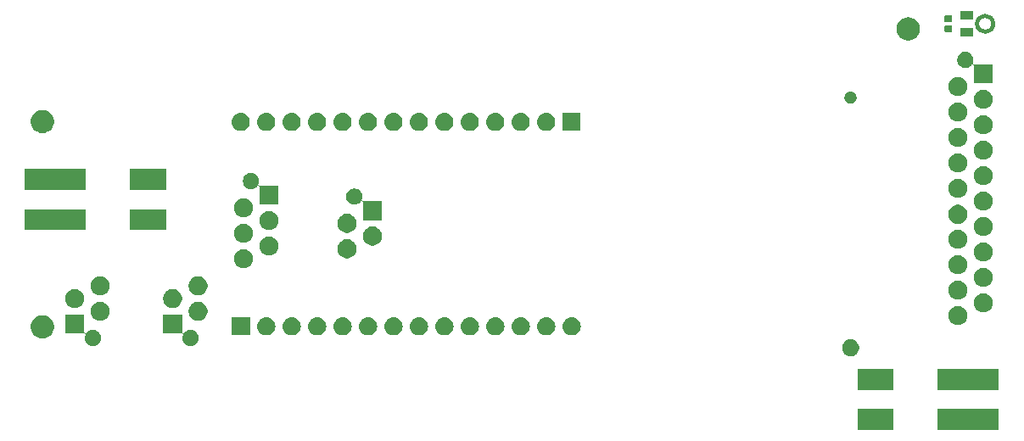
<source format=gbr>
G04 #@! TF.GenerationSoftware,KiCad,Pcbnew,5.1.2-f72e74a~84~ubuntu18.04.1*
G04 #@! TF.CreationDate,2019-08-10T16:00:54+02:00*
G04 #@! TF.ProjectId,roboy_2.0_forarm_shield,726f626f-795f-4322-9e30-5f666f726172,rev?*
G04 #@! TF.SameCoordinates,Original*
G04 #@! TF.FileFunction,Soldermask,Bot*
G04 #@! TF.FilePolarity,Negative*
%FSLAX46Y46*%
G04 Gerber Fmt 4.6, Leading zero omitted, Abs format (unit mm)*
G04 Created by KiCad (PCBNEW 5.1.2-f72e74a~84~ubuntu18.04.1) date 2019-08-10 16:00:54*
%MOMM*%
%LPD*%
G04 APERTURE LIST*
%ADD10C,0.450000*%
%ADD11C,0.100000*%
G04 APERTURE END LIST*
D10*
X189985000Y-67500000D02*
G75*
G03X189985000Y-67500000I-805000J0D01*
G01*
D11*
G36*
X190551000Y-108051000D02*
G01*
X184449000Y-108051000D01*
X184449000Y-105949000D01*
X190551000Y-105949000D01*
X190551000Y-108051000D01*
X190551000Y-108051000D01*
G37*
G36*
X180051000Y-108051000D02*
G01*
X176449000Y-108051000D01*
X176449000Y-105949000D01*
X180051000Y-105949000D01*
X180051000Y-108051000D01*
X180051000Y-108051000D01*
G37*
G36*
X190551000Y-104051000D02*
G01*
X184449000Y-104051000D01*
X184449000Y-101949000D01*
X190551000Y-101949000D01*
X190551000Y-104051000D01*
X190551000Y-104051000D01*
G37*
G36*
X180051000Y-104051000D02*
G01*
X176449000Y-104051000D01*
X176449000Y-101949000D01*
X180051000Y-101949000D01*
X180051000Y-104051000D01*
X180051000Y-104051000D01*
G37*
G36*
X175998228Y-99031703D02*
G01*
X176153100Y-99095853D01*
X176292481Y-99188985D01*
X176411015Y-99307519D01*
X176504147Y-99446900D01*
X176568297Y-99601772D01*
X176601000Y-99766184D01*
X176601000Y-99933816D01*
X176568297Y-100098228D01*
X176504147Y-100253100D01*
X176411015Y-100392481D01*
X176292481Y-100511015D01*
X176153100Y-100604147D01*
X175998228Y-100668297D01*
X175833816Y-100701000D01*
X175666184Y-100701000D01*
X175501772Y-100668297D01*
X175346900Y-100604147D01*
X175207519Y-100511015D01*
X175088985Y-100392481D01*
X174995853Y-100253100D01*
X174931703Y-100098228D01*
X174899000Y-99933816D01*
X174899000Y-99766184D01*
X174931703Y-99601772D01*
X174995853Y-99446900D01*
X175088985Y-99307519D01*
X175207519Y-99188985D01*
X175346900Y-99095853D01*
X175501772Y-99031703D01*
X175666184Y-98999000D01*
X175833816Y-98999000D01*
X175998228Y-99031703D01*
X175998228Y-99031703D01*
G37*
G36*
X99281000Y-98271700D02*
G01*
X99283402Y-98296086D01*
X99290515Y-98319535D01*
X99302066Y-98341146D01*
X99317611Y-98360088D01*
X99336553Y-98375633D01*
X99358164Y-98387184D01*
X99381613Y-98394297D01*
X99405999Y-98396699D01*
X99430385Y-98394297D01*
X99453834Y-98387184D01*
X99475445Y-98375633D01*
X99494387Y-98360088D01*
X99505049Y-98347096D01*
X99507783Y-98344362D01*
X99507784Y-98344360D01*
X99619360Y-98232784D01*
X99750561Y-98145119D01*
X99750562Y-98145118D01*
X99896343Y-98084733D01*
X100051102Y-98053950D01*
X100208898Y-98053950D01*
X100363657Y-98084733D01*
X100509438Y-98145118D01*
X100509439Y-98145119D01*
X100640640Y-98232784D01*
X100752216Y-98344360D01*
X100793402Y-98406000D01*
X100839882Y-98475562D01*
X100900267Y-98621343D01*
X100931050Y-98776102D01*
X100931050Y-98933898D01*
X100900267Y-99088657D01*
X100839882Y-99234438D01*
X100839881Y-99234439D01*
X100752216Y-99365640D01*
X100640640Y-99477216D01*
X100574594Y-99521346D01*
X100509438Y-99564882D01*
X100363657Y-99625267D01*
X100208898Y-99656050D01*
X100051102Y-99656050D01*
X99896343Y-99625267D01*
X99750562Y-99564882D01*
X99685406Y-99521346D01*
X99619360Y-99477216D01*
X99507784Y-99365640D01*
X99420119Y-99234439D01*
X99420118Y-99234438D01*
X99359733Y-99088657D01*
X99328950Y-98933898D01*
X99328950Y-98776102D01*
X99359733Y-98621345D01*
X99377341Y-98578835D01*
X99384454Y-98555386D01*
X99386856Y-98531000D01*
X99384454Y-98506614D01*
X99377341Y-98483165D01*
X99365790Y-98461554D01*
X99350245Y-98442612D01*
X99331303Y-98427067D01*
X99309693Y-98415515D01*
X99286244Y-98408402D01*
X99261857Y-98406000D01*
X97379000Y-98406000D01*
X97379000Y-96504000D01*
X99281000Y-96504000D01*
X99281000Y-98271700D01*
X99281000Y-98271700D01*
G37*
G36*
X109031000Y-98271700D02*
G01*
X109033402Y-98296086D01*
X109040515Y-98319535D01*
X109052066Y-98341146D01*
X109067611Y-98360088D01*
X109086553Y-98375633D01*
X109108164Y-98387184D01*
X109131613Y-98394297D01*
X109155999Y-98396699D01*
X109180385Y-98394297D01*
X109203834Y-98387184D01*
X109225445Y-98375633D01*
X109244387Y-98360088D01*
X109255049Y-98347096D01*
X109257783Y-98344362D01*
X109257784Y-98344360D01*
X109369360Y-98232784D01*
X109500561Y-98145119D01*
X109500562Y-98145118D01*
X109646343Y-98084733D01*
X109801102Y-98053950D01*
X109958898Y-98053950D01*
X110113657Y-98084733D01*
X110259438Y-98145118D01*
X110259439Y-98145119D01*
X110390640Y-98232784D01*
X110502216Y-98344360D01*
X110543402Y-98406000D01*
X110589882Y-98475562D01*
X110650267Y-98621343D01*
X110681050Y-98776102D01*
X110681050Y-98933898D01*
X110650267Y-99088657D01*
X110589882Y-99234438D01*
X110589881Y-99234439D01*
X110502216Y-99365640D01*
X110390640Y-99477216D01*
X110324594Y-99521346D01*
X110259438Y-99564882D01*
X110113657Y-99625267D01*
X109958898Y-99656050D01*
X109801102Y-99656050D01*
X109646343Y-99625267D01*
X109500562Y-99564882D01*
X109435406Y-99521346D01*
X109369360Y-99477216D01*
X109257784Y-99365640D01*
X109170119Y-99234439D01*
X109170118Y-99234438D01*
X109109733Y-99088657D01*
X109078950Y-98933898D01*
X109078950Y-98776102D01*
X109109733Y-98621345D01*
X109127341Y-98578835D01*
X109134454Y-98555386D01*
X109136856Y-98531000D01*
X109134454Y-98506614D01*
X109127341Y-98483165D01*
X109115790Y-98461554D01*
X109100245Y-98442612D01*
X109081303Y-98427067D01*
X109059693Y-98415515D01*
X109036244Y-98408402D01*
X109011857Y-98406000D01*
X107129000Y-98406000D01*
X107129000Y-96504000D01*
X109031000Y-96504000D01*
X109031000Y-98271700D01*
X109031000Y-98271700D01*
G37*
G36*
X95324549Y-96621116D02*
G01*
X95435734Y-96643232D01*
X95583850Y-96704584D01*
X95629917Y-96723665D01*
X95645203Y-96729997D01*
X95833720Y-96855960D01*
X95994040Y-97016280D01*
X96120003Y-97204797D01*
X96206768Y-97414266D01*
X96251000Y-97636636D01*
X96251000Y-97863364D01*
X96206768Y-98085734D01*
X96120003Y-98295203D01*
X95994040Y-98483720D01*
X95833720Y-98644040D01*
X95645203Y-98770003D01*
X95645202Y-98770004D01*
X95645201Y-98770004D01*
X95583850Y-98795416D01*
X95435734Y-98856768D01*
X95324549Y-98878884D01*
X95213365Y-98901000D01*
X94986635Y-98901000D01*
X94875451Y-98878884D01*
X94764266Y-98856768D01*
X94616150Y-98795416D01*
X94554799Y-98770004D01*
X94554798Y-98770004D01*
X94554797Y-98770003D01*
X94366280Y-98644040D01*
X94205960Y-98483720D01*
X94079997Y-98295203D01*
X93993232Y-98085734D01*
X93949000Y-97863364D01*
X93949000Y-97636636D01*
X93993232Y-97414266D01*
X94079997Y-97204797D01*
X94205960Y-97016280D01*
X94366280Y-96855960D01*
X94554797Y-96729997D01*
X94570084Y-96723665D01*
X94616150Y-96704584D01*
X94764266Y-96643232D01*
X94875451Y-96621116D01*
X94986635Y-96599000D01*
X95213365Y-96599000D01*
X95324549Y-96621116D01*
X95324549Y-96621116D01*
G37*
G36*
X115801000Y-98601000D02*
G01*
X113999000Y-98601000D01*
X113999000Y-96799000D01*
X115801000Y-96799000D01*
X115801000Y-98601000D01*
X115801000Y-98601000D01*
G37*
G36*
X148030443Y-96805519D02*
G01*
X148096627Y-96812037D01*
X148266466Y-96863557D01*
X148422991Y-96947222D01*
X148458729Y-96976552D01*
X148560186Y-97059814D01*
X148622709Y-97136000D01*
X148672778Y-97197009D01*
X148756443Y-97353534D01*
X148807963Y-97523373D01*
X148825359Y-97700000D01*
X148807963Y-97876627D01*
X148756443Y-98046466D01*
X148672778Y-98202991D01*
X148648328Y-98232783D01*
X148560186Y-98340186D01*
X148479990Y-98406000D01*
X148422991Y-98452778D01*
X148266466Y-98536443D01*
X148096627Y-98587963D01*
X148030442Y-98594482D01*
X147964260Y-98601000D01*
X147875740Y-98601000D01*
X147809558Y-98594482D01*
X147743373Y-98587963D01*
X147573534Y-98536443D01*
X147417009Y-98452778D01*
X147360010Y-98406000D01*
X147279814Y-98340186D01*
X147191672Y-98232783D01*
X147167222Y-98202991D01*
X147083557Y-98046466D01*
X147032037Y-97876627D01*
X147014641Y-97700000D01*
X147032037Y-97523373D01*
X147083557Y-97353534D01*
X147167222Y-97197009D01*
X147217291Y-97136000D01*
X147279814Y-97059814D01*
X147381271Y-96976552D01*
X147417009Y-96947222D01*
X147573534Y-96863557D01*
X147743373Y-96812037D01*
X147809558Y-96805518D01*
X147875740Y-96799000D01*
X147964260Y-96799000D01*
X148030443Y-96805519D01*
X148030443Y-96805519D01*
G37*
G36*
X117550443Y-96805519D02*
G01*
X117616627Y-96812037D01*
X117786466Y-96863557D01*
X117942991Y-96947222D01*
X117978729Y-96976552D01*
X118080186Y-97059814D01*
X118142709Y-97136000D01*
X118192778Y-97197009D01*
X118276443Y-97353534D01*
X118327963Y-97523373D01*
X118345359Y-97700000D01*
X118327963Y-97876627D01*
X118276443Y-98046466D01*
X118192778Y-98202991D01*
X118168328Y-98232783D01*
X118080186Y-98340186D01*
X117999990Y-98406000D01*
X117942991Y-98452778D01*
X117786466Y-98536443D01*
X117616627Y-98587963D01*
X117550442Y-98594482D01*
X117484260Y-98601000D01*
X117395740Y-98601000D01*
X117329558Y-98594482D01*
X117263373Y-98587963D01*
X117093534Y-98536443D01*
X116937009Y-98452778D01*
X116880010Y-98406000D01*
X116799814Y-98340186D01*
X116711672Y-98232783D01*
X116687222Y-98202991D01*
X116603557Y-98046466D01*
X116552037Y-97876627D01*
X116534641Y-97700000D01*
X116552037Y-97523373D01*
X116603557Y-97353534D01*
X116687222Y-97197009D01*
X116737291Y-97136000D01*
X116799814Y-97059814D01*
X116901271Y-96976552D01*
X116937009Y-96947222D01*
X117093534Y-96863557D01*
X117263373Y-96812037D01*
X117329558Y-96805518D01*
X117395740Y-96799000D01*
X117484260Y-96799000D01*
X117550443Y-96805519D01*
X117550443Y-96805519D01*
G37*
G36*
X145490443Y-96805519D02*
G01*
X145556627Y-96812037D01*
X145726466Y-96863557D01*
X145882991Y-96947222D01*
X145918729Y-96976552D01*
X146020186Y-97059814D01*
X146082709Y-97136000D01*
X146132778Y-97197009D01*
X146216443Y-97353534D01*
X146267963Y-97523373D01*
X146285359Y-97700000D01*
X146267963Y-97876627D01*
X146216443Y-98046466D01*
X146132778Y-98202991D01*
X146108328Y-98232783D01*
X146020186Y-98340186D01*
X145939990Y-98406000D01*
X145882991Y-98452778D01*
X145726466Y-98536443D01*
X145556627Y-98587963D01*
X145490442Y-98594482D01*
X145424260Y-98601000D01*
X145335740Y-98601000D01*
X145269558Y-98594482D01*
X145203373Y-98587963D01*
X145033534Y-98536443D01*
X144877009Y-98452778D01*
X144820010Y-98406000D01*
X144739814Y-98340186D01*
X144651672Y-98232783D01*
X144627222Y-98202991D01*
X144543557Y-98046466D01*
X144492037Y-97876627D01*
X144474641Y-97700000D01*
X144492037Y-97523373D01*
X144543557Y-97353534D01*
X144627222Y-97197009D01*
X144677291Y-97136000D01*
X144739814Y-97059814D01*
X144841271Y-96976552D01*
X144877009Y-96947222D01*
X145033534Y-96863557D01*
X145203373Y-96812037D01*
X145269558Y-96805518D01*
X145335740Y-96799000D01*
X145424260Y-96799000D01*
X145490443Y-96805519D01*
X145490443Y-96805519D01*
G37*
G36*
X120090443Y-96805519D02*
G01*
X120156627Y-96812037D01*
X120326466Y-96863557D01*
X120482991Y-96947222D01*
X120518729Y-96976552D01*
X120620186Y-97059814D01*
X120682709Y-97136000D01*
X120732778Y-97197009D01*
X120816443Y-97353534D01*
X120867963Y-97523373D01*
X120885359Y-97700000D01*
X120867963Y-97876627D01*
X120816443Y-98046466D01*
X120732778Y-98202991D01*
X120708328Y-98232783D01*
X120620186Y-98340186D01*
X120539990Y-98406000D01*
X120482991Y-98452778D01*
X120326466Y-98536443D01*
X120156627Y-98587963D01*
X120090442Y-98594482D01*
X120024260Y-98601000D01*
X119935740Y-98601000D01*
X119869558Y-98594482D01*
X119803373Y-98587963D01*
X119633534Y-98536443D01*
X119477009Y-98452778D01*
X119420010Y-98406000D01*
X119339814Y-98340186D01*
X119251672Y-98232783D01*
X119227222Y-98202991D01*
X119143557Y-98046466D01*
X119092037Y-97876627D01*
X119074641Y-97700000D01*
X119092037Y-97523373D01*
X119143557Y-97353534D01*
X119227222Y-97197009D01*
X119277291Y-97136000D01*
X119339814Y-97059814D01*
X119441271Y-96976552D01*
X119477009Y-96947222D01*
X119633534Y-96863557D01*
X119803373Y-96812037D01*
X119869558Y-96805518D01*
X119935740Y-96799000D01*
X120024260Y-96799000D01*
X120090443Y-96805519D01*
X120090443Y-96805519D01*
G37*
G36*
X122630443Y-96805519D02*
G01*
X122696627Y-96812037D01*
X122866466Y-96863557D01*
X123022991Y-96947222D01*
X123058729Y-96976552D01*
X123160186Y-97059814D01*
X123222709Y-97136000D01*
X123272778Y-97197009D01*
X123356443Y-97353534D01*
X123407963Y-97523373D01*
X123425359Y-97700000D01*
X123407963Y-97876627D01*
X123356443Y-98046466D01*
X123272778Y-98202991D01*
X123248328Y-98232783D01*
X123160186Y-98340186D01*
X123079990Y-98406000D01*
X123022991Y-98452778D01*
X122866466Y-98536443D01*
X122696627Y-98587963D01*
X122630442Y-98594482D01*
X122564260Y-98601000D01*
X122475740Y-98601000D01*
X122409558Y-98594482D01*
X122343373Y-98587963D01*
X122173534Y-98536443D01*
X122017009Y-98452778D01*
X121960010Y-98406000D01*
X121879814Y-98340186D01*
X121791672Y-98232783D01*
X121767222Y-98202991D01*
X121683557Y-98046466D01*
X121632037Y-97876627D01*
X121614641Y-97700000D01*
X121632037Y-97523373D01*
X121683557Y-97353534D01*
X121767222Y-97197009D01*
X121817291Y-97136000D01*
X121879814Y-97059814D01*
X121981271Y-96976552D01*
X122017009Y-96947222D01*
X122173534Y-96863557D01*
X122343373Y-96812037D01*
X122409558Y-96805518D01*
X122475740Y-96799000D01*
X122564260Y-96799000D01*
X122630443Y-96805519D01*
X122630443Y-96805519D01*
G37*
G36*
X125170443Y-96805519D02*
G01*
X125236627Y-96812037D01*
X125406466Y-96863557D01*
X125562991Y-96947222D01*
X125598729Y-96976552D01*
X125700186Y-97059814D01*
X125762709Y-97136000D01*
X125812778Y-97197009D01*
X125896443Y-97353534D01*
X125947963Y-97523373D01*
X125965359Y-97700000D01*
X125947963Y-97876627D01*
X125896443Y-98046466D01*
X125812778Y-98202991D01*
X125788328Y-98232783D01*
X125700186Y-98340186D01*
X125619990Y-98406000D01*
X125562991Y-98452778D01*
X125406466Y-98536443D01*
X125236627Y-98587963D01*
X125170442Y-98594482D01*
X125104260Y-98601000D01*
X125015740Y-98601000D01*
X124949558Y-98594482D01*
X124883373Y-98587963D01*
X124713534Y-98536443D01*
X124557009Y-98452778D01*
X124500010Y-98406000D01*
X124419814Y-98340186D01*
X124331672Y-98232783D01*
X124307222Y-98202991D01*
X124223557Y-98046466D01*
X124172037Y-97876627D01*
X124154641Y-97700000D01*
X124172037Y-97523373D01*
X124223557Y-97353534D01*
X124307222Y-97197009D01*
X124357291Y-97136000D01*
X124419814Y-97059814D01*
X124521271Y-96976552D01*
X124557009Y-96947222D01*
X124713534Y-96863557D01*
X124883373Y-96812037D01*
X124949558Y-96805518D01*
X125015740Y-96799000D01*
X125104260Y-96799000D01*
X125170443Y-96805519D01*
X125170443Y-96805519D01*
G37*
G36*
X127710443Y-96805519D02*
G01*
X127776627Y-96812037D01*
X127946466Y-96863557D01*
X128102991Y-96947222D01*
X128138729Y-96976552D01*
X128240186Y-97059814D01*
X128302709Y-97136000D01*
X128352778Y-97197009D01*
X128436443Y-97353534D01*
X128487963Y-97523373D01*
X128505359Y-97700000D01*
X128487963Y-97876627D01*
X128436443Y-98046466D01*
X128352778Y-98202991D01*
X128328328Y-98232783D01*
X128240186Y-98340186D01*
X128159990Y-98406000D01*
X128102991Y-98452778D01*
X127946466Y-98536443D01*
X127776627Y-98587963D01*
X127710442Y-98594482D01*
X127644260Y-98601000D01*
X127555740Y-98601000D01*
X127489558Y-98594482D01*
X127423373Y-98587963D01*
X127253534Y-98536443D01*
X127097009Y-98452778D01*
X127040010Y-98406000D01*
X126959814Y-98340186D01*
X126871672Y-98232783D01*
X126847222Y-98202991D01*
X126763557Y-98046466D01*
X126712037Y-97876627D01*
X126694641Y-97700000D01*
X126712037Y-97523373D01*
X126763557Y-97353534D01*
X126847222Y-97197009D01*
X126897291Y-97136000D01*
X126959814Y-97059814D01*
X127061271Y-96976552D01*
X127097009Y-96947222D01*
X127253534Y-96863557D01*
X127423373Y-96812037D01*
X127489558Y-96805518D01*
X127555740Y-96799000D01*
X127644260Y-96799000D01*
X127710443Y-96805519D01*
X127710443Y-96805519D01*
G37*
G36*
X132790443Y-96805519D02*
G01*
X132856627Y-96812037D01*
X133026466Y-96863557D01*
X133182991Y-96947222D01*
X133218729Y-96976552D01*
X133320186Y-97059814D01*
X133382709Y-97136000D01*
X133432778Y-97197009D01*
X133516443Y-97353534D01*
X133567963Y-97523373D01*
X133585359Y-97700000D01*
X133567963Y-97876627D01*
X133516443Y-98046466D01*
X133432778Y-98202991D01*
X133408328Y-98232783D01*
X133320186Y-98340186D01*
X133239990Y-98406000D01*
X133182991Y-98452778D01*
X133026466Y-98536443D01*
X132856627Y-98587963D01*
X132790442Y-98594482D01*
X132724260Y-98601000D01*
X132635740Y-98601000D01*
X132569558Y-98594482D01*
X132503373Y-98587963D01*
X132333534Y-98536443D01*
X132177009Y-98452778D01*
X132120010Y-98406000D01*
X132039814Y-98340186D01*
X131951672Y-98232783D01*
X131927222Y-98202991D01*
X131843557Y-98046466D01*
X131792037Y-97876627D01*
X131774641Y-97700000D01*
X131792037Y-97523373D01*
X131843557Y-97353534D01*
X131927222Y-97197009D01*
X131977291Y-97136000D01*
X132039814Y-97059814D01*
X132141271Y-96976552D01*
X132177009Y-96947222D01*
X132333534Y-96863557D01*
X132503373Y-96812037D01*
X132569558Y-96805518D01*
X132635740Y-96799000D01*
X132724260Y-96799000D01*
X132790443Y-96805519D01*
X132790443Y-96805519D01*
G37*
G36*
X135330443Y-96805519D02*
G01*
X135396627Y-96812037D01*
X135566466Y-96863557D01*
X135722991Y-96947222D01*
X135758729Y-96976552D01*
X135860186Y-97059814D01*
X135922709Y-97136000D01*
X135972778Y-97197009D01*
X136056443Y-97353534D01*
X136107963Y-97523373D01*
X136125359Y-97700000D01*
X136107963Y-97876627D01*
X136056443Y-98046466D01*
X135972778Y-98202991D01*
X135948328Y-98232783D01*
X135860186Y-98340186D01*
X135779990Y-98406000D01*
X135722991Y-98452778D01*
X135566466Y-98536443D01*
X135396627Y-98587963D01*
X135330442Y-98594482D01*
X135264260Y-98601000D01*
X135175740Y-98601000D01*
X135109558Y-98594482D01*
X135043373Y-98587963D01*
X134873534Y-98536443D01*
X134717009Y-98452778D01*
X134660010Y-98406000D01*
X134579814Y-98340186D01*
X134491672Y-98232783D01*
X134467222Y-98202991D01*
X134383557Y-98046466D01*
X134332037Y-97876627D01*
X134314641Y-97700000D01*
X134332037Y-97523373D01*
X134383557Y-97353534D01*
X134467222Y-97197009D01*
X134517291Y-97136000D01*
X134579814Y-97059814D01*
X134681271Y-96976552D01*
X134717009Y-96947222D01*
X134873534Y-96863557D01*
X135043373Y-96812037D01*
X135109558Y-96805518D01*
X135175740Y-96799000D01*
X135264260Y-96799000D01*
X135330443Y-96805519D01*
X135330443Y-96805519D01*
G37*
G36*
X137870443Y-96805519D02*
G01*
X137936627Y-96812037D01*
X138106466Y-96863557D01*
X138262991Y-96947222D01*
X138298729Y-96976552D01*
X138400186Y-97059814D01*
X138462709Y-97136000D01*
X138512778Y-97197009D01*
X138596443Y-97353534D01*
X138647963Y-97523373D01*
X138665359Y-97700000D01*
X138647963Y-97876627D01*
X138596443Y-98046466D01*
X138512778Y-98202991D01*
X138488328Y-98232783D01*
X138400186Y-98340186D01*
X138319990Y-98406000D01*
X138262991Y-98452778D01*
X138106466Y-98536443D01*
X137936627Y-98587963D01*
X137870442Y-98594482D01*
X137804260Y-98601000D01*
X137715740Y-98601000D01*
X137649558Y-98594482D01*
X137583373Y-98587963D01*
X137413534Y-98536443D01*
X137257009Y-98452778D01*
X137200010Y-98406000D01*
X137119814Y-98340186D01*
X137031672Y-98232783D01*
X137007222Y-98202991D01*
X136923557Y-98046466D01*
X136872037Y-97876627D01*
X136854641Y-97700000D01*
X136872037Y-97523373D01*
X136923557Y-97353534D01*
X137007222Y-97197009D01*
X137057291Y-97136000D01*
X137119814Y-97059814D01*
X137221271Y-96976552D01*
X137257009Y-96947222D01*
X137413534Y-96863557D01*
X137583373Y-96812037D01*
X137649558Y-96805518D01*
X137715740Y-96799000D01*
X137804260Y-96799000D01*
X137870443Y-96805519D01*
X137870443Y-96805519D01*
G37*
G36*
X140410443Y-96805519D02*
G01*
X140476627Y-96812037D01*
X140646466Y-96863557D01*
X140802991Y-96947222D01*
X140838729Y-96976552D01*
X140940186Y-97059814D01*
X141002709Y-97136000D01*
X141052778Y-97197009D01*
X141136443Y-97353534D01*
X141187963Y-97523373D01*
X141205359Y-97700000D01*
X141187963Y-97876627D01*
X141136443Y-98046466D01*
X141052778Y-98202991D01*
X141028328Y-98232783D01*
X140940186Y-98340186D01*
X140859990Y-98406000D01*
X140802991Y-98452778D01*
X140646466Y-98536443D01*
X140476627Y-98587963D01*
X140410442Y-98594482D01*
X140344260Y-98601000D01*
X140255740Y-98601000D01*
X140189558Y-98594482D01*
X140123373Y-98587963D01*
X139953534Y-98536443D01*
X139797009Y-98452778D01*
X139740010Y-98406000D01*
X139659814Y-98340186D01*
X139571672Y-98232783D01*
X139547222Y-98202991D01*
X139463557Y-98046466D01*
X139412037Y-97876627D01*
X139394641Y-97700000D01*
X139412037Y-97523373D01*
X139463557Y-97353534D01*
X139547222Y-97197009D01*
X139597291Y-97136000D01*
X139659814Y-97059814D01*
X139761271Y-96976552D01*
X139797009Y-96947222D01*
X139953534Y-96863557D01*
X140123373Y-96812037D01*
X140189558Y-96805518D01*
X140255740Y-96799000D01*
X140344260Y-96799000D01*
X140410443Y-96805519D01*
X140410443Y-96805519D01*
G37*
G36*
X142950443Y-96805519D02*
G01*
X143016627Y-96812037D01*
X143186466Y-96863557D01*
X143342991Y-96947222D01*
X143378729Y-96976552D01*
X143480186Y-97059814D01*
X143542709Y-97136000D01*
X143592778Y-97197009D01*
X143676443Y-97353534D01*
X143727963Y-97523373D01*
X143745359Y-97700000D01*
X143727963Y-97876627D01*
X143676443Y-98046466D01*
X143592778Y-98202991D01*
X143568328Y-98232783D01*
X143480186Y-98340186D01*
X143399990Y-98406000D01*
X143342991Y-98452778D01*
X143186466Y-98536443D01*
X143016627Y-98587963D01*
X142950442Y-98594482D01*
X142884260Y-98601000D01*
X142795740Y-98601000D01*
X142729558Y-98594482D01*
X142663373Y-98587963D01*
X142493534Y-98536443D01*
X142337009Y-98452778D01*
X142280010Y-98406000D01*
X142199814Y-98340186D01*
X142111672Y-98232783D01*
X142087222Y-98202991D01*
X142003557Y-98046466D01*
X141952037Y-97876627D01*
X141934641Y-97700000D01*
X141952037Y-97523373D01*
X142003557Y-97353534D01*
X142087222Y-97197009D01*
X142137291Y-97136000D01*
X142199814Y-97059814D01*
X142301271Y-96976552D01*
X142337009Y-96947222D01*
X142493534Y-96863557D01*
X142663373Y-96812037D01*
X142729558Y-96805518D01*
X142795740Y-96799000D01*
X142884260Y-96799000D01*
X142950443Y-96805519D01*
X142950443Y-96805519D01*
G37*
G36*
X130250443Y-96805519D02*
G01*
X130316627Y-96812037D01*
X130486466Y-96863557D01*
X130642991Y-96947222D01*
X130678729Y-96976552D01*
X130780186Y-97059814D01*
X130842709Y-97136000D01*
X130892778Y-97197009D01*
X130976443Y-97353534D01*
X131027963Y-97523373D01*
X131045359Y-97700000D01*
X131027963Y-97876627D01*
X130976443Y-98046466D01*
X130892778Y-98202991D01*
X130868328Y-98232783D01*
X130780186Y-98340186D01*
X130699990Y-98406000D01*
X130642991Y-98452778D01*
X130486466Y-98536443D01*
X130316627Y-98587963D01*
X130250442Y-98594482D01*
X130184260Y-98601000D01*
X130095740Y-98601000D01*
X130029558Y-98594482D01*
X129963373Y-98587963D01*
X129793534Y-98536443D01*
X129637009Y-98452778D01*
X129580010Y-98406000D01*
X129499814Y-98340186D01*
X129411672Y-98232783D01*
X129387222Y-98202991D01*
X129303557Y-98046466D01*
X129252037Y-97876627D01*
X129234641Y-97700000D01*
X129252037Y-97523373D01*
X129303557Y-97353534D01*
X129387222Y-97197009D01*
X129437291Y-97136000D01*
X129499814Y-97059814D01*
X129601271Y-96976552D01*
X129637009Y-96947222D01*
X129793534Y-96863557D01*
X129963373Y-96812037D01*
X130029558Y-96805518D01*
X130095740Y-96799000D01*
X130184260Y-96799000D01*
X130250443Y-96805519D01*
X130250443Y-96805519D01*
G37*
G36*
X186737395Y-95715546D02*
G01*
X186910466Y-95787234D01*
X186973651Y-95829453D01*
X187066227Y-95891310D01*
X187198690Y-96023773D01*
X187198691Y-96023775D01*
X187302766Y-96179534D01*
X187374454Y-96352605D01*
X187411000Y-96536333D01*
X187411000Y-96723667D01*
X187374454Y-96907395D01*
X187302766Y-97080466D01*
X187265659Y-97136000D01*
X187198690Y-97236227D01*
X187066227Y-97368690D01*
X186998017Y-97414266D01*
X186910466Y-97472766D01*
X186737395Y-97544454D01*
X186553667Y-97581000D01*
X186366333Y-97581000D01*
X186182605Y-97544454D01*
X186009534Y-97472766D01*
X185921983Y-97414266D01*
X185853773Y-97368690D01*
X185721310Y-97236227D01*
X185654341Y-97136000D01*
X185617234Y-97080466D01*
X185545546Y-96907395D01*
X185509000Y-96723667D01*
X185509000Y-96536333D01*
X185545546Y-96352605D01*
X185617234Y-96179534D01*
X185721309Y-96023775D01*
X185721310Y-96023773D01*
X185853773Y-95891310D01*
X185946349Y-95829453D01*
X186009534Y-95787234D01*
X186182605Y-95715546D01*
X186366333Y-95679000D01*
X186553667Y-95679000D01*
X186737395Y-95715546D01*
X186737395Y-95715546D01*
G37*
G36*
X110897395Y-95270546D02*
G01*
X111070466Y-95342234D01*
X111147818Y-95393919D01*
X111226227Y-95446310D01*
X111358690Y-95578773D01*
X111358691Y-95578775D01*
X111462766Y-95734534D01*
X111534454Y-95907605D01*
X111571000Y-96091333D01*
X111571000Y-96278667D01*
X111534454Y-96462395D01*
X111462766Y-96635466D01*
X111462765Y-96635467D01*
X111358690Y-96791227D01*
X111226227Y-96923690D01*
X111147818Y-96976081D01*
X111070466Y-97027766D01*
X110897395Y-97099454D01*
X110713667Y-97136000D01*
X110526333Y-97136000D01*
X110342605Y-97099454D01*
X110169534Y-97027766D01*
X110092182Y-96976081D01*
X110013773Y-96923690D01*
X109881310Y-96791227D01*
X109777235Y-96635467D01*
X109777234Y-96635466D01*
X109705546Y-96462395D01*
X109669000Y-96278667D01*
X109669000Y-96091333D01*
X109705546Y-95907605D01*
X109777234Y-95734534D01*
X109881309Y-95578775D01*
X109881310Y-95578773D01*
X110013773Y-95446310D01*
X110092182Y-95393919D01*
X110169534Y-95342234D01*
X110342605Y-95270546D01*
X110526333Y-95234000D01*
X110713667Y-95234000D01*
X110897395Y-95270546D01*
X110897395Y-95270546D01*
G37*
G36*
X101147395Y-95270546D02*
G01*
X101320466Y-95342234D01*
X101397818Y-95393919D01*
X101476227Y-95446310D01*
X101608690Y-95578773D01*
X101608691Y-95578775D01*
X101712766Y-95734534D01*
X101784454Y-95907605D01*
X101821000Y-96091333D01*
X101821000Y-96278667D01*
X101784454Y-96462395D01*
X101712766Y-96635466D01*
X101712765Y-96635467D01*
X101608690Y-96791227D01*
X101476227Y-96923690D01*
X101397818Y-96976081D01*
X101320466Y-97027766D01*
X101147395Y-97099454D01*
X100963667Y-97136000D01*
X100776333Y-97136000D01*
X100592605Y-97099454D01*
X100419534Y-97027766D01*
X100342182Y-96976081D01*
X100263773Y-96923690D01*
X100131310Y-96791227D01*
X100027235Y-96635467D01*
X100027234Y-96635466D01*
X99955546Y-96462395D01*
X99919000Y-96278667D01*
X99919000Y-96091333D01*
X99955546Y-95907605D01*
X100027234Y-95734534D01*
X100131309Y-95578775D01*
X100131310Y-95578773D01*
X100263773Y-95446310D01*
X100342182Y-95393919D01*
X100419534Y-95342234D01*
X100592605Y-95270546D01*
X100776333Y-95234000D01*
X100963667Y-95234000D01*
X101147395Y-95270546D01*
X101147395Y-95270546D01*
G37*
G36*
X189277395Y-94445546D02*
G01*
X189450466Y-94517234D01*
X189513651Y-94559453D01*
X189606227Y-94621310D01*
X189738690Y-94753773D01*
X189738691Y-94753775D01*
X189842766Y-94909534D01*
X189914454Y-95082605D01*
X189951000Y-95266333D01*
X189951000Y-95453667D01*
X189914454Y-95637395D01*
X189842766Y-95810466D01*
X189805659Y-95866000D01*
X189738690Y-95966227D01*
X189606227Y-96098690D01*
X189527818Y-96151081D01*
X189450466Y-96202766D01*
X189277395Y-96274454D01*
X189093667Y-96311000D01*
X188906333Y-96311000D01*
X188722605Y-96274454D01*
X188549534Y-96202766D01*
X188472182Y-96151081D01*
X188393773Y-96098690D01*
X188261310Y-95966227D01*
X188194341Y-95866000D01*
X188157234Y-95810466D01*
X188085546Y-95637395D01*
X188049000Y-95453667D01*
X188049000Y-95266333D01*
X188085546Y-95082605D01*
X188157234Y-94909534D01*
X188261309Y-94753775D01*
X188261310Y-94753773D01*
X188393773Y-94621310D01*
X188486349Y-94559453D01*
X188549534Y-94517234D01*
X188722605Y-94445546D01*
X188906333Y-94409000D01*
X189093667Y-94409000D01*
X189277395Y-94445546D01*
X189277395Y-94445546D01*
G37*
G36*
X98607395Y-94000546D02*
G01*
X98780466Y-94072234D01*
X98857818Y-94123919D01*
X98936227Y-94176310D01*
X99068690Y-94308773D01*
X99068691Y-94308775D01*
X99172766Y-94464534D01*
X99244454Y-94637605D01*
X99281000Y-94821333D01*
X99281000Y-95008667D01*
X99244454Y-95192395D01*
X99172766Y-95365466D01*
X99172765Y-95365467D01*
X99068690Y-95521227D01*
X98936227Y-95653690D01*
X98857818Y-95706081D01*
X98780466Y-95757766D01*
X98607395Y-95829454D01*
X98423667Y-95866000D01*
X98236333Y-95866000D01*
X98052605Y-95829454D01*
X97879534Y-95757766D01*
X97802182Y-95706081D01*
X97723773Y-95653690D01*
X97591310Y-95521227D01*
X97487235Y-95365467D01*
X97487234Y-95365466D01*
X97415546Y-95192395D01*
X97379000Y-95008667D01*
X97379000Y-94821333D01*
X97415546Y-94637605D01*
X97487234Y-94464534D01*
X97591309Y-94308775D01*
X97591310Y-94308773D01*
X97723773Y-94176310D01*
X97802182Y-94123919D01*
X97879534Y-94072234D01*
X98052605Y-94000546D01*
X98236333Y-93964000D01*
X98423667Y-93964000D01*
X98607395Y-94000546D01*
X98607395Y-94000546D01*
G37*
G36*
X108357395Y-94000546D02*
G01*
X108530466Y-94072234D01*
X108607818Y-94123919D01*
X108686227Y-94176310D01*
X108818690Y-94308773D01*
X108818691Y-94308775D01*
X108922766Y-94464534D01*
X108994454Y-94637605D01*
X109031000Y-94821333D01*
X109031000Y-95008667D01*
X108994454Y-95192395D01*
X108922766Y-95365466D01*
X108922765Y-95365467D01*
X108818690Y-95521227D01*
X108686227Y-95653690D01*
X108607818Y-95706081D01*
X108530466Y-95757766D01*
X108357395Y-95829454D01*
X108173667Y-95866000D01*
X107986333Y-95866000D01*
X107802605Y-95829454D01*
X107629534Y-95757766D01*
X107552182Y-95706081D01*
X107473773Y-95653690D01*
X107341310Y-95521227D01*
X107237235Y-95365467D01*
X107237234Y-95365466D01*
X107165546Y-95192395D01*
X107129000Y-95008667D01*
X107129000Y-94821333D01*
X107165546Y-94637605D01*
X107237234Y-94464534D01*
X107341309Y-94308775D01*
X107341310Y-94308773D01*
X107473773Y-94176310D01*
X107552182Y-94123919D01*
X107629534Y-94072234D01*
X107802605Y-94000546D01*
X107986333Y-93964000D01*
X108173667Y-93964000D01*
X108357395Y-94000546D01*
X108357395Y-94000546D01*
G37*
G36*
X186737395Y-93175546D02*
G01*
X186910466Y-93247234D01*
X186987818Y-93298919D01*
X187066227Y-93351310D01*
X187198690Y-93483773D01*
X187198691Y-93483775D01*
X187302766Y-93639534D01*
X187374454Y-93812605D01*
X187411000Y-93996333D01*
X187411000Y-94183667D01*
X187374454Y-94367395D01*
X187302766Y-94540466D01*
X187265659Y-94596000D01*
X187198690Y-94696227D01*
X187066227Y-94828690D01*
X186987818Y-94881081D01*
X186910466Y-94932766D01*
X186737395Y-95004454D01*
X186553667Y-95041000D01*
X186366333Y-95041000D01*
X186182605Y-95004454D01*
X186009534Y-94932766D01*
X185932182Y-94881081D01*
X185853773Y-94828690D01*
X185721310Y-94696227D01*
X185654341Y-94596000D01*
X185617234Y-94540466D01*
X185545546Y-94367395D01*
X185509000Y-94183667D01*
X185509000Y-93996333D01*
X185545546Y-93812605D01*
X185617234Y-93639534D01*
X185721309Y-93483775D01*
X185721310Y-93483773D01*
X185853773Y-93351310D01*
X185932182Y-93298919D01*
X186009534Y-93247234D01*
X186182605Y-93175546D01*
X186366333Y-93139000D01*
X186553667Y-93139000D01*
X186737395Y-93175546D01*
X186737395Y-93175546D01*
G37*
G36*
X110897395Y-92730546D02*
G01*
X111070466Y-92802234D01*
X111070467Y-92802235D01*
X111226227Y-92906310D01*
X111358690Y-93038773D01*
X111358691Y-93038775D01*
X111462766Y-93194534D01*
X111534454Y-93367605D01*
X111571000Y-93551333D01*
X111571000Y-93738667D01*
X111534454Y-93922395D01*
X111462766Y-94095466D01*
X111462765Y-94095467D01*
X111358690Y-94251227D01*
X111226227Y-94383690D01*
X111147818Y-94436081D01*
X111070466Y-94487766D01*
X110897395Y-94559454D01*
X110713667Y-94596000D01*
X110526333Y-94596000D01*
X110342605Y-94559454D01*
X110169534Y-94487766D01*
X110092182Y-94436081D01*
X110013773Y-94383690D01*
X109881310Y-94251227D01*
X109777235Y-94095467D01*
X109777234Y-94095466D01*
X109705546Y-93922395D01*
X109669000Y-93738667D01*
X109669000Y-93551333D01*
X109705546Y-93367605D01*
X109777234Y-93194534D01*
X109881309Y-93038775D01*
X109881310Y-93038773D01*
X110013773Y-92906310D01*
X110169533Y-92802235D01*
X110169534Y-92802234D01*
X110342605Y-92730546D01*
X110526333Y-92694000D01*
X110713667Y-92694000D01*
X110897395Y-92730546D01*
X110897395Y-92730546D01*
G37*
G36*
X101147395Y-92730546D02*
G01*
X101320466Y-92802234D01*
X101320467Y-92802235D01*
X101476227Y-92906310D01*
X101608690Y-93038773D01*
X101608691Y-93038775D01*
X101712766Y-93194534D01*
X101784454Y-93367605D01*
X101821000Y-93551333D01*
X101821000Y-93738667D01*
X101784454Y-93922395D01*
X101712766Y-94095466D01*
X101712765Y-94095467D01*
X101608690Y-94251227D01*
X101476227Y-94383690D01*
X101397818Y-94436081D01*
X101320466Y-94487766D01*
X101147395Y-94559454D01*
X100963667Y-94596000D01*
X100776333Y-94596000D01*
X100592605Y-94559454D01*
X100419534Y-94487766D01*
X100342182Y-94436081D01*
X100263773Y-94383690D01*
X100131310Y-94251227D01*
X100027235Y-94095467D01*
X100027234Y-94095466D01*
X99955546Y-93922395D01*
X99919000Y-93738667D01*
X99919000Y-93551333D01*
X99955546Y-93367605D01*
X100027234Y-93194534D01*
X100131309Y-93038775D01*
X100131310Y-93038773D01*
X100263773Y-92906310D01*
X100419533Y-92802235D01*
X100419534Y-92802234D01*
X100592605Y-92730546D01*
X100776333Y-92694000D01*
X100963667Y-92694000D01*
X101147395Y-92730546D01*
X101147395Y-92730546D01*
G37*
G36*
X189277395Y-91905546D02*
G01*
X189450466Y-91977234D01*
X189527818Y-92028919D01*
X189606227Y-92081310D01*
X189738690Y-92213773D01*
X189738691Y-92213775D01*
X189842766Y-92369534D01*
X189914454Y-92542605D01*
X189951000Y-92726333D01*
X189951000Y-92913667D01*
X189914454Y-93097395D01*
X189842766Y-93270466D01*
X189842765Y-93270467D01*
X189738690Y-93426227D01*
X189606227Y-93558690D01*
X189527818Y-93611081D01*
X189450466Y-93662766D01*
X189277395Y-93734454D01*
X189093667Y-93771000D01*
X188906333Y-93771000D01*
X188722605Y-93734454D01*
X188549534Y-93662766D01*
X188472182Y-93611081D01*
X188393773Y-93558690D01*
X188261310Y-93426227D01*
X188157235Y-93270467D01*
X188157234Y-93270466D01*
X188085546Y-93097395D01*
X188049000Y-92913667D01*
X188049000Y-92726333D01*
X188085546Y-92542605D01*
X188157234Y-92369534D01*
X188261309Y-92213775D01*
X188261310Y-92213773D01*
X188393773Y-92081310D01*
X188472182Y-92028919D01*
X188549534Y-91977234D01*
X188722605Y-91905546D01*
X188906333Y-91869000D01*
X189093667Y-91869000D01*
X189277395Y-91905546D01*
X189277395Y-91905546D01*
G37*
G36*
X186737395Y-90635546D02*
G01*
X186910466Y-90707234D01*
X186987818Y-90758919D01*
X187066227Y-90811310D01*
X187198690Y-90943773D01*
X187198691Y-90943775D01*
X187302766Y-91099534D01*
X187374454Y-91272605D01*
X187411000Y-91456333D01*
X187411000Y-91643667D01*
X187374454Y-91827395D01*
X187302766Y-92000466D01*
X187302765Y-92000467D01*
X187198690Y-92156227D01*
X187066227Y-92288690D01*
X186987818Y-92341081D01*
X186910466Y-92392766D01*
X186737395Y-92464454D01*
X186553667Y-92501000D01*
X186366333Y-92501000D01*
X186182605Y-92464454D01*
X186009534Y-92392766D01*
X185932182Y-92341081D01*
X185853773Y-92288690D01*
X185721310Y-92156227D01*
X185617235Y-92000467D01*
X185617234Y-92000466D01*
X185545546Y-91827395D01*
X185509000Y-91643667D01*
X185509000Y-91456333D01*
X185545546Y-91272605D01*
X185617234Y-91099534D01*
X185721309Y-90943775D01*
X185721310Y-90943773D01*
X185853773Y-90811310D01*
X185932182Y-90758919D01*
X186009534Y-90707234D01*
X186182605Y-90635546D01*
X186366333Y-90599000D01*
X186553667Y-90599000D01*
X186737395Y-90635546D01*
X186737395Y-90635546D01*
G37*
G36*
X115437395Y-90035546D02*
G01*
X115610466Y-90107234D01*
X115687818Y-90158919D01*
X115766227Y-90211310D01*
X115898690Y-90343773D01*
X115898691Y-90343775D01*
X116002766Y-90499534D01*
X116074454Y-90672605D01*
X116111000Y-90856333D01*
X116111000Y-91043667D01*
X116074454Y-91227395D01*
X116002766Y-91400466D01*
X116002765Y-91400467D01*
X115898690Y-91556227D01*
X115766227Y-91688690D01*
X115687818Y-91741081D01*
X115610466Y-91792766D01*
X115437395Y-91864454D01*
X115253667Y-91901000D01*
X115066333Y-91901000D01*
X114882605Y-91864454D01*
X114709534Y-91792766D01*
X114632182Y-91741081D01*
X114553773Y-91688690D01*
X114421310Y-91556227D01*
X114317235Y-91400467D01*
X114317234Y-91400466D01*
X114245546Y-91227395D01*
X114209000Y-91043667D01*
X114209000Y-90856333D01*
X114245546Y-90672605D01*
X114317234Y-90499534D01*
X114421309Y-90343775D01*
X114421310Y-90343773D01*
X114553773Y-90211310D01*
X114632182Y-90158919D01*
X114709534Y-90107234D01*
X114882605Y-90035546D01*
X115066333Y-89999000D01*
X115253667Y-89999000D01*
X115437395Y-90035546D01*
X115437395Y-90035546D01*
G37*
G36*
X189277395Y-89365546D02*
G01*
X189450466Y-89437234D01*
X189527818Y-89488919D01*
X189606227Y-89541310D01*
X189738690Y-89673773D01*
X189741250Y-89677605D01*
X189842766Y-89829534D01*
X189914454Y-90002605D01*
X189951000Y-90186333D01*
X189951000Y-90373667D01*
X189914454Y-90557395D01*
X189842766Y-90730466D01*
X189791081Y-90807818D01*
X189738690Y-90886227D01*
X189606227Y-91018690D01*
X189568849Y-91043665D01*
X189450466Y-91122766D01*
X189277395Y-91194454D01*
X189093667Y-91231000D01*
X188906333Y-91231000D01*
X188722605Y-91194454D01*
X188549534Y-91122766D01*
X188431151Y-91043665D01*
X188393773Y-91018690D01*
X188261310Y-90886227D01*
X188208919Y-90807818D01*
X188157234Y-90730466D01*
X188085546Y-90557395D01*
X188049000Y-90373667D01*
X188049000Y-90186333D01*
X188085546Y-90002605D01*
X188157234Y-89829534D01*
X188258750Y-89677605D01*
X188261310Y-89673773D01*
X188393773Y-89541310D01*
X188472182Y-89488919D01*
X188549534Y-89437234D01*
X188722605Y-89365546D01*
X188906333Y-89329000D01*
X189093667Y-89329000D01*
X189277395Y-89365546D01*
X189277395Y-89365546D01*
G37*
G36*
X125757395Y-89040546D02*
G01*
X125930466Y-89112234D01*
X125985026Y-89148690D01*
X126086227Y-89216310D01*
X126218690Y-89348773D01*
X126254659Y-89402605D01*
X126322766Y-89504534D01*
X126394454Y-89677605D01*
X126431000Y-89861333D01*
X126431000Y-90048667D01*
X126394454Y-90232395D01*
X126322766Y-90405466D01*
X126322765Y-90405467D01*
X126218690Y-90561227D01*
X126086227Y-90693690D01*
X126031186Y-90730467D01*
X125930466Y-90797766D01*
X125757395Y-90869454D01*
X125573667Y-90906000D01*
X125386333Y-90906000D01*
X125202605Y-90869454D01*
X125029534Y-90797766D01*
X124928814Y-90730467D01*
X124873773Y-90693690D01*
X124741310Y-90561227D01*
X124637235Y-90405467D01*
X124637234Y-90405466D01*
X124565546Y-90232395D01*
X124529000Y-90048667D01*
X124529000Y-89861333D01*
X124565546Y-89677605D01*
X124637234Y-89504534D01*
X124705341Y-89402605D01*
X124741310Y-89348773D01*
X124873773Y-89216310D01*
X124974974Y-89148690D01*
X125029534Y-89112234D01*
X125202605Y-89040546D01*
X125386333Y-89004000D01*
X125573667Y-89004000D01*
X125757395Y-89040546D01*
X125757395Y-89040546D01*
G37*
G36*
X117977395Y-88765546D02*
G01*
X118150466Y-88837234D01*
X118227818Y-88888919D01*
X118306227Y-88941310D01*
X118438690Y-89073773D01*
X118438691Y-89073775D01*
X118542766Y-89229534D01*
X118614454Y-89402605D01*
X118651000Y-89586333D01*
X118651000Y-89773667D01*
X118614454Y-89957395D01*
X118542766Y-90130466D01*
X118542765Y-90130467D01*
X118438690Y-90286227D01*
X118306227Y-90418690D01*
X118227818Y-90471081D01*
X118150466Y-90522766D01*
X117977395Y-90594454D01*
X117793667Y-90631000D01*
X117606333Y-90631000D01*
X117422605Y-90594454D01*
X117249534Y-90522766D01*
X117172182Y-90471081D01*
X117093773Y-90418690D01*
X116961310Y-90286227D01*
X116857235Y-90130467D01*
X116857234Y-90130466D01*
X116785546Y-89957395D01*
X116749000Y-89773667D01*
X116749000Y-89586333D01*
X116785546Y-89402605D01*
X116857234Y-89229534D01*
X116961309Y-89073775D01*
X116961310Y-89073773D01*
X117093773Y-88941310D01*
X117172182Y-88888919D01*
X117249534Y-88837234D01*
X117422605Y-88765546D01*
X117606333Y-88729000D01*
X117793667Y-88729000D01*
X117977395Y-88765546D01*
X117977395Y-88765546D01*
G37*
G36*
X186737395Y-88095546D02*
G01*
X186910466Y-88167234D01*
X186987818Y-88218919D01*
X187066227Y-88271310D01*
X187198690Y-88403773D01*
X187201250Y-88407605D01*
X187302766Y-88559534D01*
X187374454Y-88732605D01*
X187411000Y-88916333D01*
X187411000Y-89103667D01*
X187374454Y-89287395D01*
X187302766Y-89460466D01*
X187251081Y-89537818D01*
X187198690Y-89616227D01*
X187066227Y-89748690D01*
X187028849Y-89773665D01*
X186910466Y-89852766D01*
X186737395Y-89924454D01*
X186553667Y-89961000D01*
X186366333Y-89961000D01*
X186182605Y-89924454D01*
X186009534Y-89852766D01*
X185891151Y-89773665D01*
X185853773Y-89748690D01*
X185721310Y-89616227D01*
X185668919Y-89537818D01*
X185617234Y-89460466D01*
X185545546Y-89287395D01*
X185509000Y-89103667D01*
X185509000Y-88916333D01*
X185545546Y-88732605D01*
X185617234Y-88559534D01*
X185718750Y-88407605D01*
X185721310Y-88403773D01*
X185853773Y-88271310D01*
X185932182Y-88218919D01*
X186009534Y-88167234D01*
X186182605Y-88095546D01*
X186366333Y-88059000D01*
X186553667Y-88059000D01*
X186737395Y-88095546D01*
X186737395Y-88095546D01*
G37*
G36*
X128297395Y-87770546D02*
G01*
X128470466Y-87842234D01*
X128525026Y-87878690D01*
X128626227Y-87946310D01*
X128758690Y-88078773D01*
X128794659Y-88132605D01*
X128862766Y-88234534D01*
X128934454Y-88407605D01*
X128971000Y-88591333D01*
X128971000Y-88778667D01*
X128934454Y-88962395D01*
X128862766Y-89135466D01*
X128862765Y-89135467D01*
X128758690Y-89291227D01*
X128626227Y-89423690D01*
X128571186Y-89460467D01*
X128470466Y-89527766D01*
X128297395Y-89599454D01*
X128113667Y-89636000D01*
X127926333Y-89636000D01*
X127742605Y-89599454D01*
X127569534Y-89527766D01*
X127468814Y-89460467D01*
X127413773Y-89423690D01*
X127281310Y-89291227D01*
X127177235Y-89135467D01*
X127177234Y-89135466D01*
X127105546Y-88962395D01*
X127069000Y-88778667D01*
X127069000Y-88591333D01*
X127105546Y-88407605D01*
X127177234Y-88234534D01*
X127245341Y-88132605D01*
X127281310Y-88078773D01*
X127413773Y-87946310D01*
X127514974Y-87878690D01*
X127569534Y-87842234D01*
X127742605Y-87770546D01*
X127926333Y-87734000D01*
X128113667Y-87734000D01*
X128297395Y-87770546D01*
X128297395Y-87770546D01*
G37*
G36*
X115437395Y-87495546D02*
G01*
X115610466Y-87567234D01*
X115687818Y-87618919D01*
X115766227Y-87671310D01*
X115898690Y-87803773D01*
X115898691Y-87803775D01*
X116002766Y-87959534D01*
X116074454Y-88132605D01*
X116111000Y-88316333D01*
X116111000Y-88503667D01*
X116074454Y-88687395D01*
X116002766Y-88860466D01*
X116002765Y-88860467D01*
X115898690Y-89016227D01*
X115766227Y-89148690D01*
X115687818Y-89201081D01*
X115610466Y-89252766D01*
X115437395Y-89324454D01*
X115253667Y-89361000D01*
X115066333Y-89361000D01*
X114882605Y-89324454D01*
X114709534Y-89252766D01*
X114632182Y-89201081D01*
X114553773Y-89148690D01*
X114421310Y-89016227D01*
X114317235Y-88860467D01*
X114317234Y-88860466D01*
X114245546Y-88687395D01*
X114209000Y-88503667D01*
X114209000Y-88316333D01*
X114245546Y-88132605D01*
X114317234Y-87959534D01*
X114421309Y-87803775D01*
X114421310Y-87803773D01*
X114553773Y-87671310D01*
X114632182Y-87618919D01*
X114709534Y-87567234D01*
X114882605Y-87495546D01*
X115066333Y-87459000D01*
X115253667Y-87459000D01*
X115437395Y-87495546D01*
X115437395Y-87495546D01*
G37*
G36*
X189277395Y-86825546D02*
G01*
X189450466Y-86897234D01*
X189450467Y-86897235D01*
X189606227Y-87001310D01*
X189738690Y-87133773D01*
X189741250Y-87137605D01*
X189842766Y-87289534D01*
X189914454Y-87462605D01*
X189951000Y-87646333D01*
X189951000Y-87833667D01*
X189914454Y-88017395D01*
X189842766Y-88190466D01*
X189791081Y-88267818D01*
X189738690Y-88346227D01*
X189606227Y-88478690D01*
X189568849Y-88503665D01*
X189450466Y-88582766D01*
X189277395Y-88654454D01*
X189093667Y-88691000D01*
X188906333Y-88691000D01*
X188722605Y-88654454D01*
X188549534Y-88582766D01*
X188431151Y-88503665D01*
X188393773Y-88478690D01*
X188261310Y-88346227D01*
X188208919Y-88267818D01*
X188157234Y-88190466D01*
X188085546Y-88017395D01*
X188049000Y-87833667D01*
X188049000Y-87646333D01*
X188085546Y-87462605D01*
X188157234Y-87289534D01*
X188258750Y-87137605D01*
X188261310Y-87133773D01*
X188393773Y-87001310D01*
X188549533Y-86897235D01*
X188549534Y-86897234D01*
X188722605Y-86825546D01*
X188906333Y-86789000D01*
X189093667Y-86789000D01*
X189277395Y-86825546D01*
X189277395Y-86825546D01*
G37*
G36*
X125757395Y-86500546D02*
G01*
X125930466Y-86572234D01*
X125930467Y-86572235D01*
X126086227Y-86676310D01*
X126218690Y-86808773D01*
X126254659Y-86862605D01*
X126322766Y-86964534D01*
X126394454Y-87137605D01*
X126431000Y-87321333D01*
X126431000Y-87508667D01*
X126394454Y-87692395D01*
X126322766Y-87865466D01*
X126322765Y-87865467D01*
X126218690Y-88021227D01*
X126086227Y-88153690D01*
X126031186Y-88190467D01*
X125930466Y-88257766D01*
X125757395Y-88329454D01*
X125573667Y-88366000D01*
X125386333Y-88366000D01*
X125202605Y-88329454D01*
X125029534Y-88257766D01*
X124928814Y-88190467D01*
X124873773Y-88153690D01*
X124741310Y-88021227D01*
X124637235Y-87865467D01*
X124637234Y-87865466D01*
X124565546Y-87692395D01*
X124529000Y-87508667D01*
X124529000Y-87321333D01*
X124565546Y-87137605D01*
X124637234Y-86964534D01*
X124705341Y-86862605D01*
X124741310Y-86808773D01*
X124873773Y-86676310D01*
X125029533Y-86572235D01*
X125029534Y-86572234D01*
X125202605Y-86500546D01*
X125386333Y-86464000D01*
X125573667Y-86464000D01*
X125757395Y-86500546D01*
X125757395Y-86500546D01*
G37*
G36*
X99451000Y-88101000D02*
G01*
X93349000Y-88101000D01*
X93349000Y-85999000D01*
X99451000Y-85999000D01*
X99451000Y-88101000D01*
X99451000Y-88101000D01*
G37*
G36*
X107451000Y-88101000D02*
G01*
X103849000Y-88101000D01*
X103849000Y-85999000D01*
X107451000Y-85999000D01*
X107451000Y-88101000D01*
X107451000Y-88101000D01*
G37*
G36*
X117977395Y-86225546D02*
G01*
X118150466Y-86297234D01*
X118227818Y-86348919D01*
X118306227Y-86401310D01*
X118438690Y-86533773D01*
X118438691Y-86533775D01*
X118542766Y-86689534D01*
X118614454Y-86862605D01*
X118651000Y-87046333D01*
X118651000Y-87233667D01*
X118614454Y-87417395D01*
X118542766Y-87590466D01*
X118542765Y-87590467D01*
X118438690Y-87746227D01*
X118306227Y-87878690D01*
X118227818Y-87931081D01*
X118150466Y-87982766D01*
X117977395Y-88054454D01*
X117793667Y-88091000D01*
X117606333Y-88091000D01*
X117422605Y-88054454D01*
X117249534Y-87982766D01*
X117172182Y-87931081D01*
X117093773Y-87878690D01*
X116961310Y-87746227D01*
X116857235Y-87590467D01*
X116857234Y-87590466D01*
X116785546Y-87417395D01*
X116749000Y-87233667D01*
X116749000Y-87046333D01*
X116785546Y-86862605D01*
X116857234Y-86689534D01*
X116961309Y-86533775D01*
X116961310Y-86533773D01*
X117093773Y-86401310D01*
X117172182Y-86348919D01*
X117249534Y-86297234D01*
X117422605Y-86225546D01*
X117606333Y-86189000D01*
X117793667Y-86189000D01*
X117977395Y-86225546D01*
X117977395Y-86225546D01*
G37*
G36*
X186737395Y-85605546D02*
G01*
X186910466Y-85677234D01*
X186910467Y-85677235D01*
X187066227Y-85781310D01*
X187198690Y-85913773D01*
X187232028Y-85963667D01*
X187302766Y-86069534D01*
X187374454Y-86242605D01*
X187411000Y-86426333D01*
X187411000Y-86613667D01*
X187374454Y-86797395D01*
X187302766Y-86970466D01*
X187252073Y-87046333D01*
X187198690Y-87126227D01*
X187066227Y-87258690D01*
X187020067Y-87289533D01*
X186910466Y-87362766D01*
X186737395Y-87434454D01*
X186553667Y-87471000D01*
X186366333Y-87471000D01*
X186182605Y-87434454D01*
X186009534Y-87362766D01*
X185899933Y-87289533D01*
X185853773Y-87258690D01*
X185721310Y-87126227D01*
X185667927Y-87046333D01*
X185617234Y-86970466D01*
X185545546Y-86797395D01*
X185509000Y-86613667D01*
X185509000Y-86426333D01*
X185545546Y-86242605D01*
X185617234Y-86069534D01*
X185687972Y-85963667D01*
X185721310Y-85913773D01*
X185853773Y-85781310D01*
X186009533Y-85677235D01*
X186009534Y-85677234D01*
X186182605Y-85605546D01*
X186366333Y-85569000D01*
X186553667Y-85569000D01*
X186737395Y-85605546D01*
X186737395Y-85605546D01*
G37*
G36*
X126453657Y-83974733D02*
G01*
X126599438Y-84035118D01*
X126599439Y-84035119D01*
X126730640Y-84122784D01*
X126842216Y-84234360D01*
X126842217Y-84234362D01*
X126929882Y-84365562D01*
X126990267Y-84511343D01*
X127021050Y-84666102D01*
X127021050Y-84823898D01*
X126990267Y-84978655D01*
X126972659Y-85021165D01*
X126965546Y-85044614D01*
X126963144Y-85069000D01*
X126965546Y-85093386D01*
X126972659Y-85116835D01*
X126984210Y-85138446D01*
X126999755Y-85157388D01*
X127018697Y-85172933D01*
X127040307Y-85184485D01*
X127063756Y-85191598D01*
X127088143Y-85194000D01*
X128971000Y-85194000D01*
X128971000Y-87096000D01*
X127069000Y-87096000D01*
X127069000Y-85328300D01*
X127066598Y-85303914D01*
X127059485Y-85280465D01*
X127047934Y-85258854D01*
X127032389Y-85239912D01*
X127013447Y-85224367D01*
X126991836Y-85212816D01*
X126968387Y-85205703D01*
X126944001Y-85203301D01*
X126919615Y-85205703D01*
X126896166Y-85212816D01*
X126874555Y-85224367D01*
X126855613Y-85239912D01*
X126844951Y-85252904D01*
X126842218Y-85255637D01*
X126842216Y-85255640D01*
X126730640Y-85367216D01*
X126664594Y-85411346D01*
X126599438Y-85454882D01*
X126453657Y-85515267D01*
X126298898Y-85546050D01*
X126141102Y-85546050D01*
X125986343Y-85515267D01*
X125840562Y-85454882D01*
X125775406Y-85411346D01*
X125709360Y-85367216D01*
X125597784Y-85255640D01*
X125542521Y-85172933D01*
X125510118Y-85124438D01*
X125449733Y-84978657D01*
X125418950Y-84823898D01*
X125418950Y-84666102D01*
X125449733Y-84511343D01*
X125510118Y-84365562D01*
X125597783Y-84234362D01*
X125597784Y-84234360D01*
X125709360Y-84122784D01*
X125840561Y-84035119D01*
X125840562Y-84035118D01*
X125986343Y-83974733D01*
X126141102Y-83943950D01*
X126298898Y-83943950D01*
X126453657Y-83974733D01*
X126453657Y-83974733D01*
G37*
G36*
X115437395Y-84955546D02*
G01*
X115610466Y-85027234D01*
X115610467Y-85027235D01*
X115766227Y-85131310D01*
X115898690Y-85263773D01*
X115898691Y-85263775D01*
X116002766Y-85419534D01*
X116074454Y-85592605D01*
X116111000Y-85776333D01*
X116111000Y-85963667D01*
X116074454Y-86147395D01*
X116002766Y-86320466D01*
X116002765Y-86320467D01*
X115898690Y-86476227D01*
X115766227Y-86608690D01*
X115758781Y-86613665D01*
X115610466Y-86712766D01*
X115437395Y-86784454D01*
X115253667Y-86821000D01*
X115066333Y-86821000D01*
X114882605Y-86784454D01*
X114709534Y-86712766D01*
X114561219Y-86613665D01*
X114553773Y-86608690D01*
X114421310Y-86476227D01*
X114317235Y-86320467D01*
X114317234Y-86320466D01*
X114245546Y-86147395D01*
X114209000Y-85963667D01*
X114209000Y-85776333D01*
X114245546Y-85592605D01*
X114317234Y-85419534D01*
X114421309Y-85263775D01*
X114421310Y-85263773D01*
X114553773Y-85131310D01*
X114709533Y-85027235D01*
X114709534Y-85027234D01*
X114882605Y-84955546D01*
X115066333Y-84919000D01*
X115253667Y-84919000D01*
X115437395Y-84955546D01*
X115437395Y-84955546D01*
G37*
G36*
X189277395Y-84285546D02*
G01*
X189450466Y-84357234D01*
X189527818Y-84408919D01*
X189606227Y-84461310D01*
X189738690Y-84593773D01*
X189738691Y-84593775D01*
X189842766Y-84749534D01*
X189914454Y-84922605D01*
X189951000Y-85106333D01*
X189951000Y-85293667D01*
X189914454Y-85477395D01*
X189842766Y-85650466D01*
X189842765Y-85650467D01*
X189738690Y-85806227D01*
X189606227Y-85938690D01*
X189568849Y-85963665D01*
X189450466Y-86042766D01*
X189277395Y-86114454D01*
X189093667Y-86151000D01*
X188906333Y-86151000D01*
X188722605Y-86114454D01*
X188549534Y-86042766D01*
X188431151Y-85963665D01*
X188393773Y-85938690D01*
X188261310Y-85806227D01*
X188157235Y-85650467D01*
X188157234Y-85650466D01*
X188085546Y-85477395D01*
X188049000Y-85293667D01*
X188049000Y-85106333D01*
X188085546Y-84922605D01*
X188157234Y-84749534D01*
X188261309Y-84593775D01*
X188261310Y-84593773D01*
X188393773Y-84461310D01*
X188472182Y-84408919D01*
X188549534Y-84357234D01*
X188722605Y-84285546D01*
X188906333Y-84249000D01*
X189093667Y-84249000D01*
X189277395Y-84285546D01*
X189277395Y-84285546D01*
G37*
G36*
X116133657Y-82429733D02*
G01*
X116279438Y-82490118D01*
X116279439Y-82490119D01*
X116410640Y-82577784D01*
X116522216Y-82689360D01*
X116522217Y-82689362D01*
X116609882Y-82820562D01*
X116670267Y-82966343D01*
X116701050Y-83121102D01*
X116701050Y-83278898D01*
X116670267Y-83433655D01*
X116652659Y-83476165D01*
X116645546Y-83499614D01*
X116643144Y-83524000D01*
X116645546Y-83548386D01*
X116652659Y-83571835D01*
X116664210Y-83593446D01*
X116679755Y-83612388D01*
X116698697Y-83627933D01*
X116720307Y-83639485D01*
X116743756Y-83646598D01*
X116768143Y-83649000D01*
X118651000Y-83649000D01*
X118651000Y-85551000D01*
X116749000Y-85551000D01*
X116749000Y-83783300D01*
X116746598Y-83758914D01*
X116739485Y-83735465D01*
X116727934Y-83713854D01*
X116712389Y-83694912D01*
X116693447Y-83679367D01*
X116671836Y-83667816D01*
X116648387Y-83660703D01*
X116624001Y-83658301D01*
X116599615Y-83660703D01*
X116576166Y-83667816D01*
X116554555Y-83679367D01*
X116535613Y-83694912D01*
X116524951Y-83707904D01*
X116522218Y-83710637D01*
X116522216Y-83710640D01*
X116410640Y-83822216D01*
X116389512Y-83836333D01*
X116279438Y-83909882D01*
X116133657Y-83970267D01*
X115978898Y-84001050D01*
X115821102Y-84001050D01*
X115666343Y-83970267D01*
X115520562Y-83909882D01*
X115410488Y-83836333D01*
X115389360Y-83822216D01*
X115277784Y-83710640D01*
X115222521Y-83627933D01*
X115190118Y-83579438D01*
X115129733Y-83433657D01*
X115098950Y-83278898D01*
X115098950Y-83121102D01*
X115129733Y-82966343D01*
X115190118Y-82820562D01*
X115277783Y-82689362D01*
X115277784Y-82689360D01*
X115389360Y-82577784D01*
X115520561Y-82490119D01*
X115520562Y-82490118D01*
X115666343Y-82429733D01*
X115821102Y-82398950D01*
X115978898Y-82398950D01*
X116133657Y-82429733D01*
X116133657Y-82429733D01*
G37*
G36*
X186737395Y-83015546D02*
G01*
X186910466Y-83087234D01*
X186961153Y-83121102D01*
X187066227Y-83191310D01*
X187198690Y-83323773D01*
X187198691Y-83323775D01*
X187302766Y-83479534D01*
X187374454Y-83652605D01*
X187411000Y-83836333D01*
X187411000Y-84023667D01*
X187374454Y-84207395D01*
X187302766Y-84380466D01*
X187302765Y-84380467D01*
X187198690Y-84536227D01*
X187066227Y-84668690D01*
X186987818Y-84721081D01*
X186910466Y-84772766D01*
X186737395Y-84844454D01*
X186553667Y-84881000D01*
X186366333Y-84881000D01*
X186182605Y-84844454D01*
X186009534Y-84772766D01*
X185932182Y-84721081D01*
X185853773Y-84668690D01*
X185721310Y-84536227D01*
X185617235Y-84380467D01*
X185617234Y-84380466D01*
X185545546Y-84207395D01*
X185509000Y-84023667D01*
X185509000Y-83836333D01*
X185545546Y-83652605D01*
X185617234Y-83479534D01*
X185721309Y-83323775D01*
X185721310Y-83323773D01*
X185853773Y-83191310D01*
X185958847Y-83121102D01*
X186009534Y-83087234D01*
X186182605Y-83015546D01*
X186366333Y-82979000D01*
X186553667Y-82979000D01*
X186737395Y-83015546D01*
X186737395Y-83015546D01*
G37*
G36*
X99451000Y-84101000D02*
G01*
X93349000Y-84101000D01*
X93349000Y-81999000D01*
X99451000Y-81999000D01*
X99451000Y-84101000D01*
X99451000Y-84101000D01*
G37*
G36*
X107451000Y-84101000D02*
G01*
X103849000Y-84101000D01*
X103849000Y-81999000D01*
X107451000Y-81999000D01*
X107451000Y-84101000D01*
X107451000Y-84101000D01*
G37*
G36*
X189277395Y-81745546D02*
G01*
X189450466Y-81817234D01*
X189527818Y-81868919D01*
X189606227Y-81921310D01*
X189738690Y-82053773D01*
X189738691Y-82053775D01*
X189842766Y-82209534D01*
X189914454Y-82382605D01*
X189951000Y-82566333D01*
X189951000Y-82753667D01*
X189914454Y-82937395D01*
X189842766Y-83110466D01*
X189791081Y-83187818D01*
X189738690Y-83266227D01*
X189606227Y-83398690D01*
X189553898Y-83433655D01*
X189450466Y-83502766D01*
X189277395Y-83574454D01*
X189093667Y-83611000D01*
X188906333Y-83611000D01*
X188722605Y-83574454D01*
X188549534Y-83502766D01*
X188446102Y-83433655D01*
X188393773Y-83398690D01*
X188261310Y-83266227D01*
X188208919Y-83187818D01*
X188157234Y-83110466D01*
X188085546Y-82937395D01*
X188049000Y-82753667D01*
X188049000Y-82566333D01*
X188085546Y-82382605D01*
X188157234Y-82209534D01*
X188261309Y-82053775D01*
X188261310Y-82053773D01*
X188393773Y-81921310D01*
X188472182Y-81868919D01*
X188549534Y-81817234D01*
X188722605Y-81745546D01*
X188906333Y-81709000D01*
X189093667Y-81709000D01*
X189277395Y-81745546D01*
X189277395Y-81745546D01*
G37*
G36*
X186737395Y-80475546D02*
G01*
X186910466Y-80547234D01*
X186987818Y-80598919D01*
X187066227Y-80651310D01*
X187198690Y-80783773D01*
X187198691Y-80783775D01*
X187302766Y-80939534D01*
X187374454Y-81112605D01*
X187411000Y-81296333D01*
X187411000Y-81483667D01*
X187374454Y-81667395D01*
X187302766Y-81840466D01*
X187302765Y-81840467D01*
X187198690Y-81996227D01*
X187066227Y-82128690D01*
X186987818Y-82181081D01*
X186910466Y-82232766D01*
X186737395Y-82304454D01*
X186553667Y-82341000D01*
X186366333Y-82341000D01*
X186182605Y-82304454D01*
X186009534Y-82232766D01*
X185932182Y-82181081D01*
X185853773Y-82128690D01*
X185721310Y-81996227D01*
X185617235Y-81840467D01*
X185617234Y-81840466D01*
X185545546Y-81667395D01*
X185509000Y-81483667D01*
X185509000Y-81296333D01*
X185545546Y-81112605D01*
X185617234Y-80939534D01*
X185721309Y-80783775D01*
X185721310Y-80783773D01*
X185853773Y-80651310D01*
X185932182Y-80598919D01*
X186009534Y-80547234D01*
X186182605Y-80475546D01*
X186366333Y-80439000D01*
X186553667Y-80439000D01*
X186737395Y-80475546D01*
X186737395Y-80475546D01*
G37*
G36*
X189277395Y-79205546D02*
G01*
X189450466Y-79277234D01*
X189527818Y-79328919D01*
X189606227Y-79381310D01*
X189738690Y-79513773D01*
X189738691Y-79513775D01*
X189842766Y-79669534D01*
X189914454Y-79842605D01*
X189951000Y-80026333D01*
X189951000Y-80213667D01*
X189914454Y-80397395D01*
X189842766Y-80570466D01*
X189842765Y-80570467D01*
X189738690Y-80726227D01*
X189606227Y-80858690D01*
X189527818Y-80911081D01*
X189450466Y-80962766D01*
X189277395Y-81034454D01*
X189093667Y-81071000D01*
X188906333Y-81071000D01*
X188722605Y-81034454D01*
X188549534Y-80962766D01*
X188472182Y-80911081D01*
X188393773Y-80858690D01*
X188261310Y-80726227D01*
X188157235Y-80570467D01*
X188157234Y-80570466D01*
X188085546Y-80397395D01*
X188049000Y-80213667D01*
X188049000Y-80026333D01*
X188085546Y-79842605D01*
X188157234Y-79669534D01*
X188261309Y-79513775D01*
X188261310Y-79513773D01*
X188393773Y-79381310D01*
X188472182Y-79328919D01*
X188549534Y-79277234D01*
X188722605Y-79205546D01*
X188906333Y-79169000D01*
X189093667Y-79169000D01*
X189277395Y-79205546D01*
X189277395Y-79205546D01*
G37*
G36*
X186737395Y-77935546D02*
G01*
X186910466Y-78007234D01*
X186978627Y-78052778D01*
X187066227Y-78111310D01*
X187198690Y-78243773D01*
X187198691Y-78243775D01*
X187302766Y-78399534D01*
X187374454Y-78572605D01*
X187411000Y-78756333D01*
X187411000Y-78943667D01*
X187374454Y-79127395D01*
X187302766Y-79300466D01*
X187302765Y-79300467D01*
X187198690Y-79456227D01*
X187066227Y-79588690D01*
X186987818Y-79641081D01*
X186910466Y-79692766D01*
X186737395Y-79764454D01*
X186553667Y-79801000D01*
X186366333Y-79801000D01*
X186182605Y-79764454D01*
X186009534Y-79692766D01*
X185932182Y-79641081D01*
X185853773Y-79588690D01*
X185721310Y-79456227D01*
X185617235Y-79300467D01*
X185617234Y-79300466D01*
X185545546Y-79127395D01*
X185509000Y-78943667D01*
X185509000Y-78756333D01*
X185545546Y-78572605D01*
X185617234Y-78399534D01*
X185721309Y-78243775D01*
X185721310Y-78243773D01*
X185853773Y-78111310D01*
X185941373Y-78052778D01*
X186009534Y-78007234D01*
X186182605Y-77935546D01*
X186366333Y-77899000D01*
X186553667Y-77899000D01*
X186737395Y-77935546D01*
X186737395Y-77935546D01*
G37*
G36*
X189277395Y-76665546D02*
G01*
X189450466Y-76737234D01*
X189527818Y-76788919D01*
X189606227Y-76841310D01*
X189738690Y-76973773D01*
X189738691Y-76973775D01*
X189842766Y-77129534D01*
X189914454Y-77302605D01*
X189951000Y-77486333D01*
X189951000Y-77673667D01*
X189914454Y-77857395D01*
X189842766Y-78030466D01*
X189827857Y-78052779D01*
X189738690Y-78186227D01*
X189606227Y-78318690D01*
X189549239Y-78356768D01*
X189450466Y-78422766D01*
X189277395Y-78494454D01*
X189093667Y-78531000D01*
X188906333Y-78531000D01*
X188722605Y-78494454D01*
X188549534Y-78422766D01*
X188450761Y-78356768D01*
X188393773Y-78318690D01*
X188261310Y-78186227D01*
X188172143Y-78052779D01*
X188157234Y-78030466D01*
X188085546Y-77857395D01*
X188049000Y-77673667D01*
X188049000Y-77486333D01*
X188085546Y-77302605D01*
X188157234Y-77129534D01*
X188261309Y-76973775D01*
X188261310Y-76973773D01*
X188393773Y-76841310D01*
X188472182Y-76788919D01*
X188549534Y-76737234D01*
X188722605Y-76665546D01*
X188906333Y-76629000D01*
X189093667Y-76629000D01*
X189277395Y-76665546D01*
X189277395Y-76665546D01*
G37*
G36*
X95324549Y-76121116D02*
G01*
X95435734Y-76143232D01*
X95645203Y-76229997D01*
X95833720Y-76355960D01*
X95994040Y-76516280D01*
X96120003Y-76704797D01*
X96206768Y-76914266D01*
X96207158Y-76916227D01*
X96249588Y-77129534D01*
X96251000Y-77136636D01*
X96251000Y-77363364D01*
X96206768Y-77585734D01*
X96120003Y-77795203D01*
X95994040Y-77983720D01*
X95833720Y-78144040D01*
X95645203Y-78270003D01*
X95435734Y-78356768D01*
X95324549Y-78378884D01*
X95213365Y-78401000D01*
X94986635Y-78401000D01*
X94875451Y-78378884D01*
X94764266Y-78356768D01*
X94554797Y-78270003D01*
X94366280Y-78144040D01*
X94205960Y-77983720D01*
X94079997Y-77795203D01*
X93993232Y-77585734D01*
X93949000Y-77363364D01*
X93949000Y-77136636D01*
X93950413Y-77129534D01*
X93992842Y-76916227D01*
X93993232Y-76914266D01*
X94079997Y-76704797D01*
X94205960Y-76516280D01*
X94366280Y-76355960D01*
X94554797Y-76229997D01*
X94764266Y-76143232D01*
X94875451Y-76121116D01*
X94986635Y-76099000D01*
X95213365Y-76099000D01*
X95324549Y-76121116D01*
X95324549Y-76121116D01*
G37*
G36*
X114971644Y-76403667D02*
G01*
X115056627Y-76412037D01*
X115226466Y-76463557D01*
X115382991Y-76547222D01*
X115418729Y-76576552D01*
X115520186Y-76659814D01*
X115602788Y-76760466D01*
X115632778Y-76797009D01*
X115716443Y-76953534D01*
X115767963Y-77123373D01*
X115785359Y-77300000D01*
X115767963Y-77476627D01*
X115716443Y-77646466D01*
X115632778Y-77802991D01*
X115603448Y-77838729D01*
X115520186Y-77940186D01*
X115438485Y-78007235D01*
X115382991Y-78052778D01*
X115226466Y-78136443D01*
X115056627Y-78187963D01*
X114990442Y-78194482D01*
X114924260Y-78201000D01*
X114835740Y-78201000D01*
X114769558Y-78194482D01*
X114703373Y-78187963D01*
X114533534Y-78136443D01*
X114377009Y-78052778D01*
X114321515Y-78007235D01*
X114239814Y-77940186D01*
X114156552Y-77838729D01*
X114127222Y-77802991D01*
X114043557Y-77646466D01*
X113992037Y-77476627D01*
X113974641Y-77300000D01*
X113992037Y-77123373D01*
X114043557Y-76953534D01*
X114127222Y-76797009D01*
X114157212Y-76760466D01*
X114239814Y-76659814D01*
X114341271Y-76576552D01*
X114377009Y-76547222D01*
X114533534Y-76463557D01*
X114703373Y-76412037D01*
X114788356Y-76403667D01*
X114835740Y-76399000D01*
X114924260Y-76399000D01*
X114971644Y-76403667D01*
X114971644Y-76403667D01*
G37*
G36*
X120051644Y-76403667D02*
G01*
X120136627Y-76412037D01*
X120306466Y-76463557D01*
X120462991Y-76547222D01*
X120498729Y-76576552D01*
X120600186Y-76659814D01*
X120682788Y-76760466D01*
X120712778Y-76797009D01*
X120796443Y-76953534D01*
X120847963Y-77123373D01*
X120865359Y-77300000D01*
X120847963Y-77476627D01*
X120796443Y-77646466D01*
X120712778Y-77802991D01*
X120683448Y-77838729D01*
X120600186Y-77940186D01*
X120518485Y-78007235D01*
X120462991Y-78052778D01*
X120306466Y-78136443D01*
X120136627Y-78187963D01*
X120070442Y-78194482D01*
X120004260Y-78201000D01*
X119915740Y-78201000D01*
X119849558Y-78194482D01*
X119783373Y-78187963D01*
X119613534Y-78136443D01*
X119457009Y-78052778D01*
X119401515Y-78007235D01*
X119319814Y-77940186D01*
X119236552Y-77838729D01*
X119207222Y-77802991D01*
X119123557Y-77646466D01*
X119072037Y-77476627D01*
X119054641Y-77300000D01*
X119072037Y-77123373D01*
X119123557Y-76953534D01*
X119207222Y-76797009D01*
X119237212Y-76760466D01*
X119319814Y-76659814D01*
X119421271Y-76576552D01*
X119457009Y-76547222D01*
X119613534Y-76463557D01*
X119783373Y-76412037D01*
X119868356Y-76403667D01*
X119915740Y-76399000D01*
X120004260Y-76399000D01*
X120051644Y-76403667D01*
X120051644Y-76403667D01*
G37*
G36*
X122591644Y-76403667D02*
G01*
X122676627Y-76412037D01*
X122846466Y-76463557D01*
X123002991Y-76547222D01*
X123038729Y-76576552D01*
X123140186Y-76659814D01*
X123222788Y-76760466D01*
X123252778Y-76797009D01*
X123336443Y-76953534D01*
X123387963Y-77123373D01*
X123405359Y-77300000D01*
X123387963Y-77476627D01*
X123336443Y-77646466D01*
X123252778Y-77802991D01*
X123223448Y-77838729D01*
X123140186Y-77940186D01*
X123058485Y-78007235D01*
X123002991Y-78052778D01*
X122846466Y-78136443D01*
X122676627Y-78187963D01*
X122610442Y-78194482D01*
X122544260Y-78201000D01*
X122455740Y-78201000D01*
X122389558Y-78194482D01*
X122323373Y-78187963D01*
X122153534Y-78136443D01*
X121997009Y-78052778D01*
X121941515Y-78007235D01*
X121859814Y-77940186D01*
X121776552Y-77838729D01*
X121747222Y-77802991D01*
X121663557Y-77646466D01*
X121612037Y-77476627D01*
X121594641Y-77300000D01*
X121612037Y-77123373D01*
X121663557Y-76953534D01*
X121747222Y-76797009D01*
X121777212Y-76760466D01*
X121859814Y-76659814D01*
X121961271Y-76576552D01*
X121997009Y-76547222D01*
X122153534Y-76463557D01*
X122323373Y-76412037D01*
X122408356Y-76403667D01*
X122455740Y-76399000D01*
X122544260Y-76399000D01*
X122591644Y-76403667D01*
X122591644Y-76403667D01*
G37*
G36*
X137831644Y-76403667D02*
G01*
X137916627Y-76412037D01*
X138086466Y-76463557D01*
X138242991Y-76547222D01*
X138278729Y-76576552D01*
X138380186Y-76659814D01*
X138462788Y-76760466D01*
X138492778Y-76797009D01*
X138576443Y-76953534D01*
X138627963Y-77123373D01*
X138645359Y-77300000D01*
X138627963Y-77476627D01*
X138576443Y-77646466D01*
X138492778Y-77802991D01*
X138463448Y-77838729D01*
X138380186Y-77940186D01*
X138298485Y-78007235D01*
X138242991Y-78052778D01*
X138086466Y-78136443D01*
X137916627Y-78187963D01*
X137850442Y-78194482D01*
X137784260Y-78201000D01*
X137695740Y-78201000D01*
X137629558Y-78194482D01*
X137563373Y-78187963D01*
X137393534Y-78136443D01*
X137237009Y-78052778D01*
X137181515Y-78007235D01*
X137099814Y-77940186D01*
X137016552Y-77838729D01*
X136987222Y-77802991D01*
X136903557Y-77646466D01*
X136852037Y-77476627D01*
X136834641Y-77300000D01*
X136852037Y-77123373D01*
X136903557Y-76953534D01*
X136987222Y-76797009D01*
X137017212Y-76760466D01*
X137099814Y-76659814D01*
X137201271Y-76576552D01*
X137237009Y-76547222D01*
X137393534Y-76463557D01*
X137563373Y-76412037D01*
X137648356Y-76403667D01*
X137695740Y-76399000D01*
X137784260Y-76399000D01*
X137831644Y-76403667D01*
X137831644Y-76403667D01*
G37*
G36*
X125131644Y-76403667D02*
G01*
X125216627Y-76412037D01*
X125386466Y-76463557D01*
X125542991Y-76547222D01*
X125578729Y-76576552D01*
X125680186Y-76659814D01*
X125762788Y-76760466D01*
X125792778Y-76797009D01*
X125876443Y-76953534D01*
X125927963Y-77123373D01*
X125945359Y-77300000D01*
X125927963Y-77476627D01*
X125876443Y-77646466D01*
X125792778Y-77802991D01*
X125763448Y-77838729D01*
X125680186Y-77940186D01*
X125598485Y-78007235D01*
X125542991Y-78052778D01*
X125386466Y-78136443D01*
X125216627Y-78187963D01*
X125150442Y-78194482D01*
X125084260Y-78201000D01*
X124995740Y-78201000D01*
X124929558Y-78194482D01*
X124863373Y-78187963D01*
X124693534Y-78136443D01*
X124537009Y-78052778D01*
X124481515Y-78007235D01*
X124399814Y-77940186D01*
X124316552Y-77838729D01*
X124287222Y-77802991D01*
X124203557Y-77646466D01*
X124152037Y-77476627D01*
X124134641Y-77300000D01*
X124152037Y-77123373D01*
X124203557Y-76953534D01*
X124287222Y-76797009D01*
X124317212Y-76760466D01*
X124399814Y-76659814D01*
X124501271Y-76576552D01*
X124537009Y-76547222D01*
X124693534Y-76463557D01*
X124863373Y-76412037D01*
X124948356Y-76403667D01*
X124995740Y-76399000D01*
X125084260Y-76399000D01*
X125131644Y-76403667D01*
X125131644Y-76403667D01*
G37*
G36*
X127671644Y-76403667D02*
G01*
X127756627Y-76412037D01*
X127926466Y-76463557D01*
X128082991Y-76547222D01*
X128118729Y-76576552D01*
X128220186Y-76659814D01*
X128302788Y-76760466D01*
X128332778Y-76797009D01*
X128416443Y-76953534D01*
X128467963Y-77123373D01*
X128485359Y-77300000D01*
X128467963Y-77476627D01*
X128416443Y-77646466D01*
X128332778Y-77802991D01*
X128303448Y-77838729D01*
X128220186Y-77940186D01*
X128138485Y-78007235D01*
X128082991Y-78052778D01*
X127926466Y-78136443D01*
X127756627Y-78187963D01*
X127690442Y-78194482D01*
X127624260Y-78201000D01*
X127535740Y-78201000D01*
X127469558Y-78194482D01*
X127403373Y-78187963D01*
X127233534Y-78136443D01*
X127077009Y-78052778D01*
X127021515Y-78007235D01*
X126939814Y-77940186D01*
X126856552Y-77838729D01*
X126827222Y-77802991D01*
X126743557Y-77646466D01*
X126692037Y-77476627D01*
X126674641Y-77300000D01*
X126692037Y-77123373D01*
X126743557Y-76953534D01*
X126827222Y-76797009D01*
X126857212Y-76760466D01*
X126939814Y-76659814D01*
X127041271Y-76576552D01*
X127077009Y-76547222D01*
X127233534Y-76463557D01*
X127403373Y-76412037D01*
X127488356Y-76403667D01*
X127535740Y-76399000D01*
X127624260Y-76399000D01*
X127671644Y-76403667D01*
X127671644Y-76403667D01*
G37*
G36*
X117511644Y-76403667D02*
G01*
X117596627Y-76412037D01*
X117766466Y-76463557D01*
X117922991Y-76547222D01*
X117958729Y-76576552D01*
X118060186Y-76659814D01*
X118142788Y-76760466D01*
X118172778Y-76797009D01*
X118256443Y-76953534D01*
X118307963Y-77123373D01*
X118325359Y-77300000D01*
X118307963Y-77476627D01*
X118256443Y-77646466D01*
X118172778Y-77802991D01*
X118143448Y-77838729D01*
X118060186Y-77940186D01*
X117978485Y-78007235D01*
X117922991Y-78052778D01*
X117766466Y-78136443D01*
X117596627Y-78187963D01*
X117530442Y-78194482D01*
X117464260Y-78201000D01*
X117375740Y-78201000D01*
X117309558Y-78194482D01*
X117243373Y-78187963D01*
X117073534Y-78136443D01*
X116917009Y-78052778D01*
X116861515Y-78007235D01*
X116779814Y-77940186D01*
X116696552Y-77838729D01*
X116667222Y-77802991D01*
X116583557Y-77646466D01*
X116532037Y-77476627D01*
X116514641Y-77300000D01*
X116532037Y-77123373D01*
X116583557Y-76953534D01*
X116667222Y-76797009D01*
X116697212Y-76760466D01*
X116779814Y-76659814D01*
X116881271Y-76576552D01*
X116917009Y-76547222D01*
X117073534Y-76463557D01*
X117243373Y-76412037D01*
X117328356Y-76403667D01*
X117375740Y-76399000D01*
X117464260Y-76399000D01*
X117511644Y-76403667D01*
X117511644Y-76403667D01*
G37*
G36*
X148801000Y-78201000D02*
G01*
X146999000Y-78201000D01*
X146999000Y-76399000D01*
X148801000Y-76399000D01*
X148801000Y-78201000D01*
X148801000Y-78201000D01*
G37*
G36*
X145451644Y-76403667D02*
G01*
X145536627Y-76412037D01*
X145706466Y-76463557D01*
X145862991Y-76547222D01*
X145898729Y-76576552D01*
X146000186Y-76659814D01*
X146082788Y-76760466D01*
X146112778Y-76797009D01*
X146196443Y-76953534D01*
X146247963Y-77123373D01*
X146265359Y-77300000D01*
X146247963Y-77476627D01*
X146196443Y-77646466D01*
X146112778Y-77802991D01*
X146083448Y-77838729D01*
X146000186Y-77940186D01*
X145918485Y-78007235D01*
X145862991Y-78052778D01*
X145706466Y-78136443D01*
X145536627Y-78187963D01*
X145470442Y-78194482D01*
X145404260Y-78201000D01*
X145315740Y-78201000D01*
X145249558Y-78194482D01*
X145183373Y-78187963D01*
X145013534Y-78136443D01*
X144857009Y-78052778D01*
X144801515Y-78007235D01*
X144719814Y-77940186D01*
X144636552Y-77838729D01*
X144607222Y-77802991D01*
X144523557Y-77646466D01*
X144472037Y-77476627D01*
X144454641Y-77300000D01*
X144472037Y-77123373D01*
X144523557Y-76953534D01*
X144607222Y-76797009D01*
X144637212Y-76760466D01*
X144719814Y-76659814D01*
X144821271Y-76576552D01*
X144857009Y-76547222D01*
X145013534Y-76463557D01*
X145183373Y-76412037D01*
X145268356Y-76403667D01*
X145315740Y-76399000D01*
X145404260Y-76399000D01*
X145451644Y-76403667D01*
X145451644Y-76403667D01*
G37*
G36*
X140371644Y-76403667D02*
G01*
X140456627Y-76412037D01*
X140626466Y-76463557D01*
X140782991Y-76547222D01*
X140818729Y-76576552D01*
X140920186Y-76659814D01*
X141002788Y-76760466D01*
X141032778Y-76797009D01*
X141116443Y-76953534D01*
X141167963Y-77123373D01*
X141185359Y-77300000D01*
X141167963Y-77476627D01*
X141116443Y-77646466D01*
X141032778Y-77802991D01*
X141003448Y-77838729D01*
X140920186Y-77940186D01*
X140838485Y-78007235D01*
X140782991Y-78052778D01*
X140626466Y-78136443D01*
X140456627Y-78187963D01*
X140390442Y-78194482D01*
X140324260Y-78201000D01*
X140235740Y-78201000D01*
X140169558Y-78194482D01*
X140103373Y-78187963D01*
X139933534Y-78136443D01*
X139777009Y-78052778D01*
X139721515Y-78007235D01*
X139639814Y-77940186D01*
X139556552Y-77838729D01*
X139527222Y-77802991D01*
X139443557Y-77646466D01*
X139392037Y-77476627D01*
X139374641Y-77300000D01*
X139392037Y-77123373D01*
X139443557Y-76953534D01*
X139527222Y-76797009D01*
X139557212Y-76760466D01*
X139639814Y-76659814D01*
X139741271Y-76576552D01*
X139777009Y-76547222D01*
X139933534Y-76463557D01*
X140103373Y-76412037D01*
X140188356Y-76403667D01*
X140235740Y-76399000D01*
X140324260Y-76399000D01*
X140371644Y-76403667D01*
X140371644Y-76403667D01*
G37*
G36*
X135291644Y-76403667D02*
G01*
X135376627Y-76412037D01*
X135546466Y-76463557D01*
X135702991Y-76547222D01*
X135738729Y-76576552D01*
X135840186Y-76659814D01*
X135922788Y-76760466D01*
X135952778Y-76797009D01*
X136036443Y-76953534D01*
X136087963Y-77123373D01*
X136105359Y-77300000D01*
X136087963Y-77476627D01*
X136036443Y-77646466D01*
X135952778Y-77802991D01*
X135923448Y-77838729D01*
X135840186Y-77940186D01*
X135758485Y-78007235D01*
X135702991Y-78052778D01*
X135546466Y-78136443D01*
X135376627Y-78187963D01*
X135310442Y-78194482D01*
X135244260Y-78201000D01*
X135155740Y-78201000D01*
X135089558Y-78194482D01*
X135023373Y-78187963D01*
X134853534Y-78136443D01*
X134697009Y-78052778D01*
X134641515Y-78007235D01*
X134559814Y-77940186D01*
X134476552Y-77838729D01*
X134447222Y-77802991D01*
X134363557Y-77646466D01*
X134312037Y-77476627D01*
X134294641Y-77300000D01*
X134312037Y-77123373D01*
X134363557Y-76953534D01*
X134447222Y-76797009D01*
X134477212Y-76760466D01*
X134559814Y-76659814D01*
X134661271Y-76576552D01*
X134697009Y-76547222D01*
X134853534Y-76463557D01*
X135023373Y-76412037D01*
X135108356Y-76403667D01*
X135155740Y-76399000D01*
X135244260Y-76399000D01*
X135291644Y-76403667D01*
X135291644Y-76403667D01*
G37*
G36*
X142911644Y-76403667D02*
G01*
X142996627Y-76412037D01*
X143166466Y-76463557D01*
X143322991Y-76547222D01*
X143358729Y-76576552D01*
X143460186Y-76659814D01*
X143542788Y-76760466D01*
X143572778Y-76797009D01*
X143656443Y-76953534D01*
X143707963Y-77123373D01*
X143725359Y-77300000D01*
X143707963Y-77476627D01*
X143656443Y-77646466D01*
X143572778Y-77802991D01*
X143543448Y-77838729D01*
X143460186Y-77940186D01*
X143378485Y-78007235D01*
X143322991Y-78052778D01*
X143166466Y-78136443D01*
X142996627Y-78187963D01*
X142930442Y-78194482D01*
X142864260Y-78201000D01*
X142775740Y-78201000D01*
X142709558Y-78194482D01*
X142643373Y-78187963D01*
X142473534Y-78136443D01*
X142317009Y-78052778D01*
X142261515Y-78007235D01*
X142179814Y-77940186D01*
X142096552Y-77838729D01*
X142067222Y-77802991D01*
X141983557Y-77646466D01*
X141932037Y-77476627D01*
X141914641Y-77300000D01*
X141932037Y-77123373D01*
X141983557Y-76953534D01*
X142067222Y-76797009D01*
X142097212Y-76760466D01*
X142179814Y-76659814D01*
X142281271Y-76576552D01*
X142317009Y-76547222D01*
X142473534Y-76463557D01*
X142643373Y-76412037D01*
X142728356Y-76403667D01*
X142775740Y-76399000D01*
X142864260Y-76399000D01*
X142911644Y-76403667D01*
X142911644Y-76403667D01*
G37*
G36*
X132751644Y-76403667D02*
G01*
X132836627Y-76412037D01*
X133006466Y-76463557D01*
X133162991Y-76547222D01*
X133198729Y-76576552D01*
X133300186Y-76659814D01*
X133382788Y-76760466D01*
X133412778Y-76797009D01*
X133496443Y-76953534D01*
X133547963Y-77123373D01*
X133565359Y-77300000D01*
X133547963Y-77476627D01*
X133496443Y-77646466D01*
X133412778Y-77802991D01*
X133383448Y-77838729D01*
X133300186Y-77940186D01*
X133218485Y-78007235D01*
X133162991Y-78052778D01*
X133006466Y-78136443D01*
X132836627Y-78187963D01*
X132770442Y-78194482D01*
X132704260Y-78201000D01*
X132615740Y-78201000D01*
X132549558Y-78194482D01*
X132483373Y-78187963D01*
X132313534Y-78136443D01*
X132157009Y-78052778D01*
X132101515Y-78007235D01*
X132019814Y-77940186D01*
X131936552Y-77838729D01*
X131907222Y-77802991D01*
X131823557Y-77646466D01*
X131772037Y-77476627D01*
X131754641Y-77300000D01*
X131772037Y-77123373D01*
X131823557Y-76953534D01*
X131907222Y-76797009D01*
X131937212Y-76760466D01*
X132019814Y-76659814D01*
X132121271Y-76576552D01*
X132157009Y-76547222D01*
X132313534Y-76463557D01*
X132483373Y-76412037D01*
X132568356Y-76403667D01*
X132615740Y-76399000D01*
X132704260Y-76399000D01*
X132751644Y-76403667D01*
X132751644Y-76403667D01*
G37*
G36*
X130211644Y-76403667D02*
G01*
X130296627Y-76412037D01*
X130466466Y-76463557D01*
X130622991Y-76547222D01*
X130658729Y-76576552D01*
X130760186Y-76659814D01*
X130842788Y-76760466D01*
X130872778Y-76797009D01*
X130956443Y-76953534D01*
X131007963Y-77123373D01*
X131025359Y-77300000D01*
X131007963Y-77476627D01*
X130956443Y-77646466D01*
X130872778Y-77802991D01*
X130843448Y-77838729D01*
X130760186Y-77940186D01*
X130678485Y-78007235D01*
X130622991Y-78052778D01*
X130466466Y-78136443D01*
X130296627Y-78187963D01*
X130230442Y-78194482D01*
X130164260Y-78201000D01*
X130075740Y-78201000D01*
X130009558Y-78194482D01*
X129943373Y-78187963D01*
X129773534Y-78136443D01*
X129617009Y-78052778D01*
X129561515Y-78007235D01*
X129479814Y-77940186D01*
X129396552Y-77838729D01*
X129367222Y-77802991D01*
X129283557Y-77646466D01*
X129232037Y-77476627D01*
X129214641Y-77300000D01*
X129232037Y-77123373D01*
X129283557Y-76953534D01*
X129367222Y-76797009D01*
X129397212Y-76760466D01*
X129479814Y-76659814D01*
X129581271Y-76576552D01*
X129617009Y-76547222D01*
X129773534Y-76463557D01*
X129943373Y-76412037D01*
X130028356Y-76403667D01*
X130075740Y-76399000D01*
X130164260Y-76399000D01*
X130211644Y-76403667D01*
X130211644Y-76403667D01*
G37*
G36*
X186737395Y-75395546D02*
G01*
X186910466Y-75467234D01*
X186987818Y-75518919D01*
X187066227Y-75571310D01*
X187198690Y-75703773D01*
X187198691Y-75703775D01*
X187302766Y-75859534D01*
X187374454Y-76032605D01*
X187411000Y-76216333D01*
X187411000Y-76403667D01*
X187374454Y-76587395D01*
X187302766Y-76760466D01*
X187302765Y-76760467D01*
X187198690Y-76916227D01*
X187066227Y-77048690D01*
X186987818Y-77101081D01*
X186910466Y-77152766D01*
X186737395Y-77224454D01*
X186553667Y-77261000D01*
X186366333Y-77261000D01*
X186182605Y-77224454D01*
X186009534Y-77152766D01*
X185932182Y-77101081D01*
X185853773Y-77048690D01*
X185721310Y-76916227D01*
X185617235Y-76760467D01*
X185617234Y-76760466D01*
X185545546Y-76587395D01*
X185509000Y-76403667D01*
X185509000Y-76216333D01*
X185545546Y-76032605D01*
X185617234Y-75859534D01*
X185721309Y-75703775D01*
X185721310Y-75703773D01*
X185853773Y-75571310D01*
X185932182Y-75518919D01*
X186009534Y-75467234D01*
X186182605Y-75395546D01*
X186366333Y-75359000D01*
X186553667Y-75359000D01*
X186737395Y-75395546D01*
X186737395Y-75395546D01*
G37*
G36*
X189277395Y-74125546D02*
G01*
X189450466Y-74197234D01*
X189527818Y-74248919D01*
X189606227Y-74301310D01*
X189738690Y-74433773D01*
X189788748Y-74508690D01*
X189842766Y-74589534D01*
X189914454Y-74762605D01*
X189951000Y-74946333D01*
X189951000Y-75133667D01*
X189914454Y-75317395D01*
X189842766Y-75490466D01*
X189842765Y-75490467D01*
X189738690Y-75646227D01*
X189606227Y-75778690D01*
X189527818Y-75831081D01*
X189450466Y-75882766D01*
X189277395Y-75954454D01*
X189093667Y-75991000D01*
X188906333Y-75991000D01*
X188722605Y-75954454D01*
X188549534Y-75882766D01*
X188472182Y-75831081D01*
X188393773Y-75778690D01*
X188261310Y-75646227D01*
X188157235Y-75490467D01*
X188157234Y-75490466D01*
X188085546Y-75317395D01*
X188049000Y-75133667D01*
X188049000Y-74946333D01*
X188085546Y-74762605D01*
X188157234Y-74589534D01*
X188211252Y-74508690D01*
X188261310Y-74433773D01*
X188393773Y-74301310D01*
X188472182Y-74248919D01*
X188549534Y-74197234D01*
X188722605Y-74125546D01*
X188906333Y-74089000D01*
X189093667Y-74089000D01*
X189277395Y-74125546D01*
X189277395Y-74125546D01*
G37*
G36*
X175886601Y-74264397D02*
G01*
X175925305Y-74272096D01*
X175957340Y-74285365D01*
X176034680Y-74317400D01*
X176133115Y-74383173D01*
X176216827Y-74466885D01*
X176282600Y-74565320D01*
X176327904Y-74674696D01*
X176351000Y-74790805D01*
X176351000Y-74909195D01*
X176327904Y-75025304D01*
X176282600Y-75134680D01*
X176216827Y-75233115D01*
X176133115Y-75316827D01*
X176034680Y-75382600D01*
X175957340Y-75414635D01*
X175925305Y-75427904D01*
X175886601Y-75435603D01*
X175809195Y-75451000D01*
X175690805Y-75451000D01*
X175613399Y-75435603D01*
X175574695Y-75427904D01*
X175542660Y-75414635D01*
X175465320Y-75382600D01*
X175366885Y-75316827D01*
X175283173Y-75233115D01*
X175217400Y-75134680D01*
X175172096Y-75025304D01*
X175149000Y-74909195D01*
X175149000Y-74790805D01*
X175172096Y-74674696D01*
X175217400Y-74565320D01*
X175283173Y-74466885D01*
X175366885Y-74383173D01*
X175465320Y-74317400D01*
X175542660Y-74285365D01*
X175574695Y-74272096D01*
X175613399Y-74264397D01*
X175690805Y-74249000D01*
X175809195Y-74249000D01*
X175886601Y-74264397D01*
X175886601Y-74264397D01*
G37*
G36*
X186737395Y-72855546D02*
G01*
X186910466Y-72927234D01*
X186910467Y-72927235D01*
X187066227Y-73031310D01*
X187198690Y-73163773D01*
X187198691Y-73163775D01*
X187302766Y-73319534D01*
X187374454Y-73492605D01*
X187411000Y-73676333D01*
X187411000Y-73863667D01*
X187374454Y-74047395D01*
X187302766Y-74220466D01*
X187302765Y-74220467D01*
X187198690Y-74376227D01*
X187066227Y-74508690D01*
X186987818Y-74561081D01*
X186910466Y-74612766D01*
X186737395Y-74684454D01*
X186553667Y-74721000D01*
X186366333Y-74721000D01*
X186182605Y-74684454D01*
X186009534Y-74612766D01*
X185932182Y-74561081D01*
X185853773Y-74508690D01*
X185721310Y-74376227D01*
X185617235Y-74220467D01*
X185617234Y-74220466D01*
X185545546Y-74047395D01*
X185509000Y-73863667D01*
X185509000Y-73676333D01*
X185545546Y-73492605D01*
X185617234Y-73319534D01*
X185721309Y-73163775D01*
X185721310Y-73163773D01*
X185853773Y-73031310D01*
X186009533Y-72927235D01*
X186009534Y-72927234D01*
X186182605Y-72855546D01*
X186366333Y-72819000D01*
X186553667Y-72819000D01*
X186737395Y-72855546D01*
X186737395Y-72855546D01*
G37*
G36*
X187433657Y-70329733D02*
G01*
X187579438Y-70390118D01*
X187579439Y-70390119D01*
X187710640Y-70477784D01*
X187822216Y-70589360D01*
X187822217Y-70589362D01*
X187909882Y-70720562D01*
X187970267Y-70866343D01*
X188001050Y-71021102D01*
X188001050Y-71178898D01*
X187970267Y-71333655D01*
X187952659Y-71376165D01*
X187945546Y-71399614D01*
X187943144Y-71424000D01*
X187945546Y-71448386D01*
X187952659Y-71471835D01*
X187964210Y-71493446D01*
X187979755Y-71512388D01*
X187998697Y-71527933D01*
X188020307Y-71539485D01*
X188043756Y-71546598D01*
X188068143Y-71549000D01*
X189951000Y-71549000D01*
X189951000Y-73451000D01*
X188049000Y-73451000D01*
X188049000Y-71683300D01*
X188046598Y-71658914D01*
X188039485Y-71635465D01*
X188027934Y-71613854D01*
X188012389Y-71594912D01*
X187993447Y-71579367D01*
X187971836Y-71567816D01*
X187948387Y-71560703D01*
X187924001Y-71558301D01*
X187899615Y-71560703D01*
X187876166Y-71567816D01*
X187854555Y-71579367D01*
X187835613Y-71594912D01*
X187824951Y-71607904D01*
X187822218Y-71610637D01*
X187822216Y-71610640D01*
X187710640Y-71722216D01*
X187644594Y-71766346D01*
X187579438Y-71809882D01*
X187433657Y-71870267D01*
X187278898Y-71901050D01*
X187121102Y-71901050D01*
X186966343Y-71870267D01*
X186820562Y-71809882D01*
X186755406Y-71766346D01*
X186689360Y-71722216D01*
X186577784Y-71610640D01*
X186522521Y-71527933D01*
X186490118Y-71479438D01*
X186429733Y-71333657D01*
X186398950Y-71178898D01*
X186398950Y-71021102D01*
X186429733Y-70866343D01*
X186490118Y-70720562D01*
X186577783Y-70589362D01*
X186577784Y-70589360D01*
X186689360Y-70477784D01*
X186820561Y-70390119D01*
X186820562Y-70390118D01*
X186966343Y-70329733D01*
X187121102Y-70298950D01*
X187278898Y-70298950D01*
X187433657Y-70329733D01*
X187433657Y-70329733D01*
G37*
G36*
X181724549Y-66871116D02*
G01*
X181835734Y-66893232D01*
X182045203Y-66979997D01*
X182233720Y-67105960D01*
X182394040Y-67266280D01*
X182520003Y-67454797D01*
X182606768Y-67664266D01*
X182651000Y-67886636D01*
X182651000Y-68113364D01*
X182606768Y-68335734D01*
X182520003Y-68545203D01*
X182394040Y-68733720D01*
X182233720Y-68894040D01*
X182045203Y-69020003D01*
X181835734Y-69106768D01*
X181724549Y-69128884D01*
X181613365Y-69151000D01*
X181386635Y-69151000D01*
X181275451Y-69128884D01*
X181164266Y-69106768D01*
X180954797Y-69020003D01*
X180766280Y-68894040D01*
X180605960Y-68733720D01*
X180479997Y-68545203D01*
X180393232Y-68335734D01*
X180349000Y-68113364D01*
X180349000Y-67886636D01*
X180393232Y-67664266D01*
X180479997Y-67454797D01*
X180605960Y-67266280D01*
X180766280Y-67105960D01*
X180954797Y-66979997D01*
X181164266Y-66893232D01*
X181275451Y-66871116D01*
X181386635Y-66849000D01*
X181613365Y-66849000D01*
X181724549Y-66871116D01*
X181724549Y-66871116D01*
G37*
G36*
X187976000Y-68776000D02*
G01*
X186724000Y-68776000D01*
X186724000Y-67924000D01*
X187976000Y-67924000D01*
X187976000Y-68776000D01*
X187976000Y-68776000D01*
G37*
G36*
X185781938Y-67641716D02*
G01*
X185802557Y-67647971D01*
X185821553Y-67658124D01*
X185838208Y-67671792D01*
X185851876Y-67688447D01*
X185862029Y-67707443D01*
X185868284Y-67728062D01*
X185871000Y-67755640D01*
X185871000Y-68214360D01*
X185868284Y-68241938D01*
X185862029Y-68262557D01*
X185851876Y-68281553D01*
X185838208Y-68298208D01*
X185821553Y-68311876D01*
X185802557Y-68322029D01*
X185781938Y-68328284D01*
X185754360Y-68331000D01*
X185245640Y-68331000D01*
X185218062Y-68328284D01*
X185197443Y-68322029D01*
X185178447Y-68311876D01*
X185161792Y-68298208D01*
X185148124Y-68281553D01*
X185137971Y-68262557D01*
X185131716Y-68241938D01*
X185129000Y-68214360D01*
X185129000Y-67755640D01*
X185131716Y-67728062D01*
X185137971Y-67707443D01*
X185148124Y-67688447D01*
X185161792Y-67671792D01*
X185178447Y-67658124D01*
X185197443Y-67647971D01*
X185218062Y-67641716D01*
X185245640Y-67639000D01*
X185754360Y-67639000D01*
X185781938Y-67641716D01*
X185781938Y-67641716D01*
G37*
G36*
X185781938Y-66671716D02*
G01*
X185802557Y-66677971D01*
X185821553Y-66688124D01*
X185838208Y-66701792D01*
X185851876Y-66718447D01*
X185862029Y-66737443D01*
X185868284Y-66758062D01*
X185871000Y-66785640D01*
X185871000Y-67244360D01*
X185868284Y-67271938D01*
X185862029Y-67292557D01*
X185851876Y-67311553D01*
X185838208Y-67328208D01*
X185821553Y-67341876D01*
X185802557Y-67352029D01*
X185781938Y-67358284D01*
X185754360Y-67361000D01*
X185245640Y-67361000D01*
X185218062Y-67358284D01*
X185197443Y-67352029D01*
X185178447Y-67341876D01*
X185161792Y-67328208D01*
X185148124Y-67311553D01*
X185137971Y-67292557D01*
X185131716Y-67271938D01*
X185129000Y-67244360D01*
X185129000Y-66785640D01*
X185131716Y-66758062D01*
X185137971Y-66737443D01*
X185148124Y-66718447D01*
X185161792Y-66701792D01*
X185178447Y-66688124D01*
X185197443Y-66677971D01*
X185218062Y-66671716D01*
X185245640Y-66669000D01*
X185754360Y-66669000D01*
X185781938Y-66671716D01*
X185781938Y-66671716D01*
G37*
G36*
X187976000Y-67076000D02*
G01*
X186724000Y-67076000D01*
X186724000Y-66224000D01*
X187976000Y-66224000D01*
X187976000Y-67076000D01*
X187976000Y-67076000D01*
G37*
M02*

</source>
